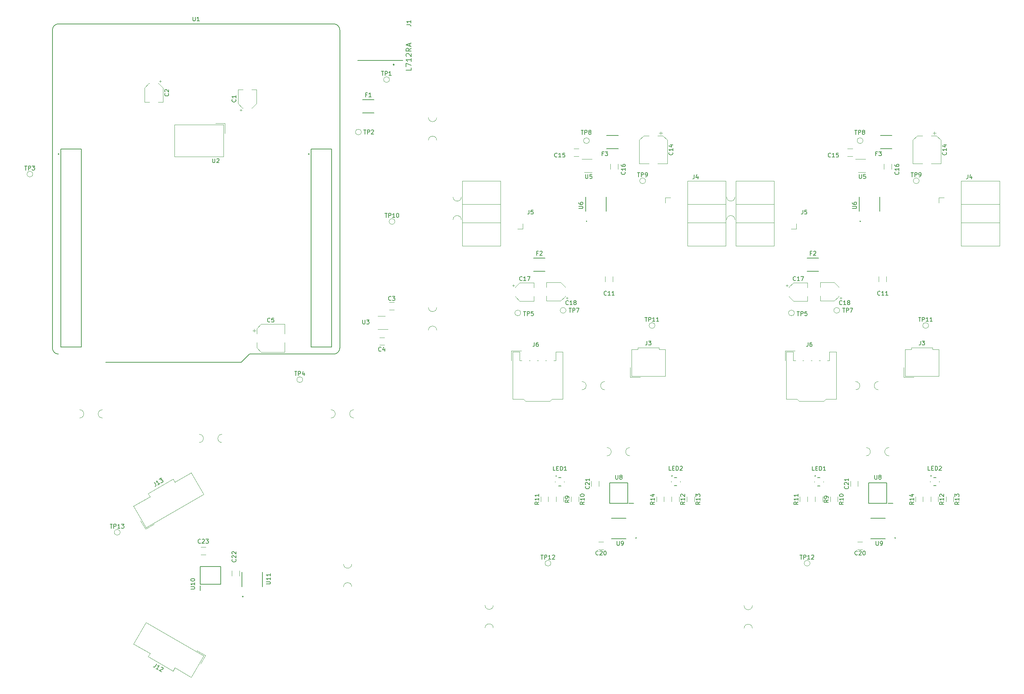
<source format=gbr>
G04 #@! TF.GenerationSoftware,KiCad,Pcbnew,(5.1.5)-3*
G04 #@! TF.CreationDate,2021-05-17T18:43:42+02:00*
G04 #@! TF.ProjectId,MK2EE,4d4b3245-452e-46b6-9963-61645f706362,1*
G04 #@! TF.SameCoordinates,Original*
G04 #@! TF.FileFunction,Legend,Top*
G04 #@! TF.FilePolarity,Positive*
%FSLAX46Y46*%
G04 Gerber Fmt 4.6, Leading zero omitted, Abs format (unit mm)*
G04 Created by KiCad (PCBNEW (5.1.5)-3) date 2021-05-17 18:43:42*
%MOMM*%
%LPD*%
G04 APERTURE LIST*
%ADD10C,0.120000*%
%ADD11C,0.127000*%
%ADD12C,0.200000*%
%ADD13C,0.100000*%
%ADD14C,0.250000*%
%ADD15C,0.150000*%
G04 APERTURE END LIST*
D10*
X235891000Y-157572936D02*
X235891000Y-158777064D01*
X237711000Y-157572936D02*
X237711000Y-158777064D01*
X264041000Y-157572936D02*
X264041000Y-158777064D01*
X265861000Y-157572936D02*
X265861000Y-158777064D01*
X262161000Y-158777064D02*
X262161000Y-157572936D01*
X260341000Y-158777064D02*
X260341000Y-157572936D01*
X239591000Y-157572936D02*
X239591000Y-158777064D01*
X241411000Y-157572936D02*
X241411000Y-158777064D01*
X234630000Y-173760000D02*
G75*
G03X234630000Y-173760000I-700000J0D01*
G01*
X233986000Y-158777064D02*
X233986000Y-157572936D01*
X232166000Y-158777064D02*
X232166000Y-157572936D01*
X267766000Y-157572936D02*
X267766000Y-158777064D01*
X269586000Y-157572936D02*
X269586000Y-158777064D01*
X246311000Y-154977064D02*
X246311000Y-153772936D01*
X244491000Y-154977064D02*
X244491000Y-153772936D01*
X247428064Y-168590000D02*
X246223936Y-168590000D01*
X247428064Y-170410000D02*
X246223936Y-170410000D01*
D11*
X248951000Y-154141000D02*
X248951000Y-159141000D01*
X253351000Y-154141000D02*
X253351000Y-159141000D01*
X254826000Y-159166000D02*
X253651000Y-159166000D01*
X248951000Y-154141000D02*
X253351000Y-154141000D01*
X253351000Y-159141000D02*
X248951000Y-159141000D01*
X249411000Y-162825000D02*
X252941000Y-162825000D01*
X252941000Y-167825000D02*
X249411000Y-167825000D01*
D12*
X255466000Y-167600000D02*
G75*
G03X255466000Y-167600000I-100000J0D01*
G01*
D11*
X237101000Y-154900000D02*
X236501000Y-154900000D01*
X237101000Y-152900000D02*
X236501000Y-152900000D01*
D12*
X235801000Y-152500000D02*
X235801000Y-152500000D01*
X236001000Y-152500000D02*
X236001000Y-152500000D01*
X236001000Y-152500000D02*
G75*
G03X235801000Y-152500000I-100000J0D01*
G01*
X235801000Y-152500000D02*
G75*
G03X236001000Y-152500000I100000J0D01*
G01*
D10*
X237901000Y-154010000D02*
X237901000Y-153800000D01*
X235701000Y-154010000D02*
X235701000Y-153800000D01*
D11*
X265326000Y-154875000D02*
X264726000Y-154875000D01*
X265326000Y-152875000D02*
X264726000Y-152875000D01*
D12*
X264026000Y-152475000D02*
X264026000Y-152475000D01*
X264226000Y-152475000D02*
X264226000Y-152475000D01*
X264226000Y-152475000D02*
G75*
G03X264026000Y-152475000I-100000J0D01*
G01*
X264026000Y-152475000D02*
G75*
G03X264226000Y-152475000I100000J0D01*
G01*
D10*
X266126000Y-153985000D02*
X266126000Y-153775000D01*
X263926000Y-153985000D02*
X263926000Y-153775000D01*
X228560000Y-121970000D02*
X230970000Y-121970000D01*
X228560000Y-124380000D02*
X228560000Y-121970000D01*
X236830000Y-124320000D02*
X237110000Y-124320000D01*
X234830000Y-124320000D02*
X235110000Y-124320000D01*
X232830000Y-124320000D02*
X233110000Y-124320000D01*
X239360000Y-124320000D02*
X238830000Y-124320000D01*
X239360000Y-122270000D02*
X239360000Y-124320000D01*
X241080000Y-122270000D02*
X239360000Y-122270000D01*
X241080000Y-133740000D02*
X241080000Y-122270000D01*
X238470000Y-133740000D02*
X241080000Y-133740000D01*
X237970000Y-134240000D02*
X238470000Y-133740000D01*
X234970000Y-134240000D02*
X237970000Y-134240000D01*
X230580000Y-124320000D02*
X231110000Y-124320000D01*
X230580000Y-122270000D02*
X230580000Y-124320000D01*
X228860000Y-122270000D02*
X230580000Y-122270000D01*
X228860000Y-133740000D02*
X228860000Y-122270000D01*
X231470000Y-133740000D02*
X228860000Y-133740000D01*
X231970000Y-134240000D02*
X231470000Y-133740000D01*
X234970000Y-134240000D02*
X231970000Y-134240000D01*
X230820000Y-112755000D02*
G75*
G03X230820000Y-112755000I-700000J0D01*
G01*
X261220000Y-80555000D02*
G75*
G03X261220000Y-80555000I-700000J0D01*
G01*
X263510000Y-115820000D02*
G75*
G03X263510000Y-115820000I-700000J0D01*
G01*
X248145000Y-75245000D02*
X245695000Y-75245000D01*
X246345000Y-78465000D02*
X248145000Y-78465000D01*
X247530000Y-70765000D02*
G75*
G03X247530000Y-70765000I-700000J0D01*
G01*
X241845000Y-112130000D02*
G75*
G03X241845000Y-112130000I-700000J0D01*
G01*
X225915000Y-86240000D02*
X216565000Y-86240000D01*
X225915000Y-80600000D02*
X225915000Y-96380000D01*
X225915000Y-80600000D02*
X216565000Y-80600000D01*
X225915000Y-90740000D02*
X216565000Y-90740000D01*
X225915000Y-96380000D02*
X216565000Y-96380000D01*
X216565000Y-96380000D02*
X216565000Y-80600000D01*
X230045000Y-92300000D02*
X231315000Y-92300000D01*
X231315000Y-92300000D02*
X231315000Y-91030000D01*
X257510000Y-128440000D02*
X259920000Y-128440000D01*
X257510000Y-126030000D02*
X257510000Y-128440000D01*
X266030000Y-128140000D02*
X261920000Y-128140000D01*
X266030000Y-121620000D02*
X266030000Y-128140000D01*
X264530000Y-121620000D02*
X266030000Y-121620000D01*
X264530000Y-121220000D02*
X264530000Y-121620000D01*
X261920000Y-121220000D02*
X264530000Y-121220000D01*
X257810000Y-128140000D02*
X261920000Y-128140000D01*
X257810000Y-121620000D02*
X257810000Y-128140000D01*
X259310000Y-121620000D02*
X257810000Y-121620000D01*
X259310000Y-121220000D02*
X259310000Y-121620000D01*
X261920000Y-121220000D02*
X259310000Y-121220000D01*
X242120000Y-109390000D02*
X242120000Y-108890000D01*
X242370000Y-109140000D02*
X241870000Y-109140000D01*
X241630000Y-106384437D02*
X240565563Y-105320000D01*
X241630000Y-108775563D02*
X240565563Y-109840000D01*
X241630000Y-108775563D02*
X241630000Y-108640000D01*
X241630000Y-106384437D02*
X241630000Y-106520000D01*
X240565563Y-105320000D02*
X237110000Y-105320000D01*
X240565563Y-109840000D02*
X237110000Y-109840000D01*
X237110000Y-109840000D02*
X237110000Y-108640000D01*
X237110000Y-105320000D02*
X237110000Y-106520000D01*
X265336250Y-68936250D02*
X264548750Y-68936250D01*
X264942500Y-68542500D02*
X264942500Y-69330000D01*
X260749437Y-69570000D02*
X259685000Y-70634437D01*
X265440563Y-69570000D02*
X266505000Y-70634437D01*
X265440563Y-69570000D02*
X264155000Y-69570000D01*
X260749437Y-69570000D02*
X262035000Y-69570000D01*
X259685000Y-70634437D02*
X259685000Y-76390000D01*
X266505000Y-70634437D02*
X266505000Y-76390000D01*
X266505000Y-76390000D02*
X264155000Y-76390000D01*
X259685000Y-76390000D02*
X262035000Y-76390000D01*
D11*
X236745000Y-99380000D02*
X233945000Y-99380000D01*
X236745000Y-102580000D02*
X233945000Y-102580000D01*
D10*
X271450000Y-90745000D02*
X280800000Y-90745000D01*
X271450000Y-96385000D02*
X271450000Y-80605000D01*
X271450000Y-96385000D02*
X280800000Y-96385000D01*
X271450000Y-86245000D02*
X280800000Y-86245000D01*
X271450000Y-80605000D02*
X280800000Y-80605000D01*
X280800000Y-80605000D02*
X280800000Y-96385000D01*
X267320000Y-84685000D02*
X266050000Y-84685000D01*
X266050000Y-84685000D02*
X266050000Y-85955000D01*
X229045000Y-105820000D02*
X229045000Y-106320000D01*
X228795000Y-106070000D02*
X229295000Y-106070000D01*
X229535000Y-108825563D02*
X230599437Y-109890000D01*
X229535000Y-106434437D02*
X230599437Y-105370000D01*
X229535000Y-106434437D02*
X229535000Y-106570000D01*
X229535000Y-108825563D02*
X229535000Y-108690000D01*
X230599437Y-109890000D02*
X234055000Y-109890000D01*
X230599437Y-105370000D02*
X234055000Y-105370000D01*
X234055000Y-105370000D02*
X234055000Y-106570000D01*
X234055000Y-109890000D02*
X234055000Y-108690000D01*
D11*
X254570000Y-69530000D02*
X251770000Y-69530000D01*
X254570000Y-72730000D02*
X251770000Y-72730000D01*
D10*
X251410000Y-103902936D02*
X251410000Y-105107064D01*
X253230000Y-103902936D02*
X253230000Y-105107064D01*
X244982064Y-72745000D02*
X243777936Y-72745000D01*
X244982064Y-74565000D02*
X243777936Y-74565000D01*
X254505000Y-77682064D02*
X254505000Y-76477936D01*
X252685000Y-77682064D02*
X252685000Y-76477936D01*
D11*
X251645000Y-84465000D02*
X251645000Y-87995000D01*
X246645000Y-87995000D02*
X246645000Y-84465000D01*
D12*
X246970000Y-90420000D02*
G75*
G03X246970000Y-90420000I-100000J0D01*
G01*
D13*
X253853000Y-145580000D02*
G75*
G03X253853000Y-147580000I0J-1000000D01*
G01*
X248329000Y-147580000D02*
G75*
G03X248329000Y-145580000I0J1000000D01*
G01*
X251288000Y-129485000D02*
G75*
G03X251288000Y-131485000I0J-1000000D01*
G01*
X245764000Y-131485000D02*
G75*
G03X245764000Y-129485000I0J1000000D01*
G01*
X214340000Y-84498000D02*
G75*
G03X216340000Y-84498000I1000000J0D01*
G01*
X216340000Y-90022000D02*
G75*
G03X214340000Y-90022000I-1000000J0D01*
G01*
X218590000Y-184108000D02*
G75*
G03X220590000Y-184108000I1000000J0D01*
G01*
X220590000Y-189632000D02*
G75*
G03X218590000Y-189632000I-1000000J0D01*
G01*
X147695000Y-84505000D02*
G75*
G03X149695000Y-84505000I1000000J0D01*
G01*
X149695000Y-90029000D02*
G75*
G03X147695000Y-90029000I-1000000J0D01*
G01*
X143696000Y-70657000D02*
G75*
G03X141696000Y-70657000I-1000000J0D01*
G01*
X141696000Y-65133000D02*
G75*
G03X143696000Y-65133000I1000000J0D01*
G01*
X141696000Y-111433000D02*
G75*
G03X143696000Y-111433000I1000000J0D01*
G01*
X143696000Y-116957000D02*
G75*
G03X141696000Y-116957000I-1000000J0D01*
G01*
X179114000Y-131485000D02*
G75*
G03X179114000Y-129485000I0J1000000D01*
G01*
X184638000Y-129485000D02*
G75*
G03X184638000Y-131485000I0J-1000000D01*
G01*
X185219000Y-147580000D02*
G75*
G03X185219000Y-145580000I0J1000000D01*
G01*
X190743000Y-145580000D02*
G75*
G03X190743000Y-147580000I0J-1000000D01*
G01*
X157485000Y-189543000D02*
G75*
G03X155485000Y-189543000I-1000000J0D01*
G01*
X155485000Y-184019000D02*
G75*
G03X157485000Y-184019000I1000000J0D01*
G01*
X117993000Y-138360000D02*
G75*
G03X117993000Y-136360000I0J1000000D01*
G01*
X123517000Y-136360000D02*
G75*
G03X123517000Y-138360000I0J-1000000D01*
G01*
X62267000Y-136360000D02*
G75*
G03X62267000Y-138360000I0J-1000000D01*
G01*
X56743000Y-138360000D02*
G75*
G03X56743000Y-136360000I0J1000000D01*
G01*
X121019000Y-173978000D02*
G75*
G03X123019000Y-173978000I1000000J0D01*
G01*
X123019000Y-179502000D02*
G75*
G03X121019000Y-179502000I-1000000J0D01*
G01*
X85879000Y-144344000D02*
G75*
G03X85879000Y-142344000I0J1000000D01*
G01*
X91403000Y-142344000D02*
G75*
G03X91403000Y-144344000I0J-1000000D01*
G01*
D10*
X129339000Y-116704000D02*
X131789000Y-116704000D01*
X131139000Y-113484000D02*
X129339000Y-113484000D01*
D12*
X112659000Y-74034000D02*
G75*
G03X112659000Y-74034000I-100000J0D01*
G01*
X51699000Y-74034000D02*
G75*
G03X51699000Y-74034000I-100000J0D01*
G01*
D11*
X57119000Y-72764000D02*
X52119000Y-72764000D01*
X57119000Y-121024000D02*
X57119000Y-72764000D01*
X52119000Y-121024000D02*
X57119000Y-121024000D01*
X52119000Y-72764000D02*
X52119000Y-121024000D01*
X118079000Y-72764000D02*
X113079000Y-72764000D01*
X118079000Y-121024000D02*
X118079000Y-72764000D01*
X113079000Y-121024000D02*
X118079000Y-121024000D01*
X113079000Y-72764000D02*
X113079000Y-121024000D01*
X51599000Y-122794000D02*
G75*
G02X50099000Y-121294000I0J1500000D01*
G01*
X96099000Y-124794000D02*
X63099000Y-124794000D01*
X98099000Y-122794000D02*
X96099000Y-124794000D01*
X118599000Y-122794000D02*
X98099000Y-122794000D01*
X120099000Y-121294000D02*
G75*
G02X118599000Y-122794000I-1500000J0D01*
G01*
X120099000Y-43794000D02*
X120099000Y-121294000D01*
X118599000Y-42294000D02*
G75*
G02X120099000Y-43794000I0J-1500000D01*
G01*
X51599000Y-42294000D02*
X118599000Y-42294000D01*
X50099000Y-43794000D02*
G75*
G02X51599000Y-42294000I1500000J0D01*
G01*
X50099000Y-121294000D02*
X50099000Y-43794000D01*
D14*
X133364000Y-52219000D02*
G75*
G03X133364000Y-52219000I-125000J0D01*
G01*
D15*
X135439000Y-51244000D02*
X124439000Y-51244000D01*
D10*
X95754000Y-63294000D02*
X96254000Y-63294000D01*
X96004000Y-63544000D02*
X96004000Y-63044000D01*
X98759563Y-62804000D02*
X99824000Y-61739563D01*
X96368437Y-62804000D02*
X95304000Y-61739563D01*
X96368437Y-62804000D02*
X96504000Y-62804000D01*
X98759563Y-62804000D02*
X98624000Y-62804000D01*
X99824000Y-61739563D02*
X99824000Y-58284000D01*
X95304000Y-61739563D02*
X95304000Y-58284000D01*
X95304000Y-58284000D02*
X96504000Y-58284000D01*
X99824000Y-58284000D02*
X98624000Y-58284000D01*
X76599000Y-56319000D02*
X76099000Y-56319000D01*
X76349000Y-56069000D02*
X76349000Y-56569000D01*
X73593437Y-56809000D02*
X72529000Y-57873437D01*
X75984563Y-56809000D02*
X77049000Y-57873437D01*
X75984563Y-56809000D02*
X75849000Y-56809000D01*
X73593437Y-56809000D02*
X73729000Y-56809000D01*
X72529000Y-57873437D02*
X72529000Y-61329000D01*
X77049000Y-57873437D02*
X77049000Y-61329000D01*
X77049000Y-61329000D02*
X75849000Y-61329000D01*
X72529000Y-61329000D02*
X73729000Y-61329000D01*
X99245250Y-116652750D02*
X99245250Y-117440250D01*
X98851500Y-117046500D02*
X99639000Y-117046500D01*
X99879000Y-121239563D02*
X100943437Y-122304000D01*
X99879000Y-116548437D02*
X100943437Y-115484000D01*
X99879000Y-116548437D02*
X99879000Y-117834000D01*
X99879000Y-121239563D02*
X99879000Y-119954000D01*
X100943437Y-122304000D02*
X106699000Y-122304000D01*
X100943437Y-115484000D02*
X106699000Y-115484000D01*
X106699000Y-115484000D02*
X106699000Y-117834000D01*
X106699000Y-122304000D02*
X106699000Y-119954000D01*
X193035000Y-76390000D02*
X195385000Y-76390000D01*
X199855000Y-76390000D02*
X197505000Y-76390000D01*
X199855000Y-70634437D02*
X199855000Y-76390000D01*
X193035000Y-70634437D02*
X193035000Y-76390000D01*
X194099437Y-69570000D02*
X195385000Y-69570000D01*
X198790563Y-69570000D02*
X197505000Y-69570000D01*
X198790563Y-69570000D02*
X199855000Y-70634437D01*
X194099437Y-69570000D02*
X193035000Y-70634437D01*
X198292500Y-68542500D02*
X198292500Y-69330000D01*
X198686250Y-68936250D02*
X197898750Y-68936250D01*
X167405000Y-109890000D02*
X167405000Y-108690000D01*
X167405000Y-105370000D02*
X167405000Y-106570000D01*
X163949437Y-105370000D02*
X167405000Y-105370000D01*
X163949437Y-109890000D02*
X167405000Y-109890000D01*
X162885000Y-108825563D02*
X162885000Y-108690000D01*
X162885000Y-106434437D02*
X162885000Y-106570000D01*
X162885000Y-106434437D02*
X163949437Y-105370000D01*
X162885000Y-108825563D02*
X163949437Y-109890000D01*
X162145000Y-106070000D02*
X162645000Y-106070000D01*
X162395000Y-105820000D02*
X162395000Y-106320000D01*
X170460000Y-105320000D02*
X170460000Y-106520000D01*
X170460000Y-109840000D02*
X170460000Y-108640000D01*
X173915563Y-109840000D02*
X170460000Y-109840000D01*
X173915563Y-105320000D02*
X170460000Y-105320000D01*
X174980000Y-106384437D02*
X174980000Y-106520000D01*
X174980000Y-108775563D02*
X174980000Y-108640000D01*
X174980000Y-108775563D02*
X173915563Y-109840000D01*
X174980000Y-106384437D02*
X173915563Y-105320000D01*
X175720000Y-109140000D02*
X175220000Y-109140000D01*
X175470000Y-109390000D02*
X175470000Y-108890000D01*
D11*
X128439000Y-60769000D02*
X125639000Y-60769000D01*
X128439000Y-63969000D02*
X125639000Y-63969000D01*
X170095000Y-102580000D02*
X167295000Y-102580000D01*
X170095000Y-99380000D02*
X167295000Y-99380000D01*
X187920000Y-72730000D02*
X185120000Y-72730000D01*
X187920000Y-69530000D02*
X185120000Y-69530000D01*
D10*
X195270000Y-121220000D02*
X192660000Y-121220000D01*
X192660000Y-121220000D02*
X192660000Y-121620000D01*
X192660000Y-121620000D02*
X191160000Y-121620000D01*
X191160000Y-121620000D02*
X191160000Y-128140000D01*
X191160000Y-128140000D02*
X195270000Y-128140000D01*
X195270000Y-121220000D02*
X197880000Y-121220000D01*
X197880000Y-121220000D02*
X197880000Y-121620000D01*
X197880000Y-121620000D02*
X199380000Y-121620000D01*
X199380000Y-121620000D02*
X199380000Y-128140000D01*
X199380000Y-128140000D02*
X195270000Y-128140000D01*
X190860000Y-126030000D02*
X190860000Y-128440000D01*
X190860000Y-128440000D02*
X193270000Y-128440000D01*
X199400000Y-84685000D02*
X199400000Y-85955000D01*
X200670000Y-84685000D02*
X199400000Y-84685000D01*
X214150000Y-80605000D02*
X214150000Y-96385000D01*
X204800000Y-80605000D02*
X214150000Y-80605000D01*
X204800000Y-86245000D02*
X214150000Y-86245000D01*
X204800000Y-96385000D02*
X214150000Y-96385000D01*
X204800000Y-96385000D02*
X204800000Y-80605000D01*
X204800000Y-90745000D02*
X214150000Y-90745000D01*
X164665000Y-92300000D02*
X164665000Y-91030000D01*
X163395000Y-92300000D02*
X164665000Y-92300000D01*
X149915000Y-96380000D02*
X149915000Y-80600000D01*
X159265000Y-96380000D02*
X149915000Y-96380000D01*
X159265000Y-90740000D02*
X149915000Y-90740000D01*
X159265000Y-80600000D02*
X149915000Y-80600000D01*
X159265000Y-80600000D02*
X159265000Y-96380000D01*
X159265000Y-86240000D02*
X149915000Y-86240000D01*
X168320000Y-134240000D02*
X165320000Y-134240000D01*
X165320000Y-134240000D02*
X164820000Y-133740000D01*
X164820000Y-133740000D02*
X162210000Y-133740000D01*
X162210000Y-133740000D02*
X162210000Y-122270000D01*
X162210000Y-122270000D02*
X163930000Y-122270000D01*
X163930000Y-122270000D02*
X163930000Y-124320000D01*
X163930000Y-124320000D02*
X164460000Y-124320000D01*
X168320000Y-134240000D02*
X171320000Y-134240000D01*
X171320000Y-134240000D02*
X171820000Y-133740000D01*
X171820000Y-133740000D02*
X174430000Y-133740000D01*
X174430000Y-133740000D02*
X174430000Y-122270000D01*
X174430000Y-122270000D02*
X172710000Y-122270000D01*
X172710000Y-122270000D02*
X172710000Y-124320000D01*
X172710000Y-124320000D02*
X172180000Y-124320000D01*
X166180000Y-124320000D02*
X166460000Y-124320000D01*
X168180000Y-124320000D02*
X168460000Y-124320000D01*
X170180000Y-124320000D02*
X170460000Y-124320000D01*
X161910000Y-124380000D02*
X161910000Y-121970000D01*
X161910000Y-121970000D02*
X164320000Y-121970000D01*
X172591000Y-154010000D02*
X172591000Y-153800000D01*
X174791000Y-154010000D02*
X174791000Y-153800000D01*
D12*
X172691000Y-152500000D02*
G75*
G03X172891000Y-152500000I100000J0D01*
G01*
X172891000Y-152500000D02*
G75*
G03X172691000Y-152500000I-100000J0D01*
G01*
X172891000Y-152500000D02*
X172891000Y-152500000D01*
X172691000Y-152500000D02*
X172691000Y-152500000D01*
D11*
X173991000Y-152900000D02*
X173391000Y-152900000D01*
X173991000Y-154900000D02*
X173391000Y-154900000D01*
D10*
X200816000Y-153985000D02*
X200816000Y-153775000D01*
X203016000Y-153985000D02*
X203016000Y-153775000D01*
D12*
X200916000Y-152475000D02*
G75*
G03X201116000Y-152475000I100000J0D01*
G01*
X201116000Y-152475000D02*
G75*
G03X200916000Y-152475000I-100000J0D01*
G01*
X201116000Y-152475000D02*
X201116000Y-152475000D01*
X200916000Y-152475000D02*
X200916000Y-152475000D01*
D11*
X202216000Y-152875000D02*
X201616000Y-152875000D01*
X202216000Y-154875000D02*
X201616000Y-154875000D01*
D10*
X91809000Y-66849000D02*
X91809000Y-74699000D01*
X91809000Y-74699000D02*
X79869000Y-74699000D01*
X79869000Y-74699000D02*
X79869000Y-66849000D01*
X79869000Y-66849000D02*
X91809000Y-66849000D01*
X92139000Y-68969000D02*
X92139000Y-66519000D01*
X92139000Y-66519000D02*
X89809000Y-66519000D01*
D12*
X180320000Y-90420000D02*
G75*
G03X180320000Y-90420000I-100000J0D01*
G01*
D11*
X179995000Y-87995000D02*
X179995000Y-84465000D01*
X184995000Y-84465000D02*
X184995000Y-87995000D01*
X190241000Y-159141000D02*
X185841000Y-159141000D01*
X185841000Y-154141000D02*
X190241000Y-154141000D01*
X191716000Y-159166000D02*
X190541000Y-159166000D01*
X190241000Y-154141000D02*
X190241000Y-159141000D01*
X185841000Y-154141000D02*
X185841000Y-159141000D01*
D12*
X192356000Y-167600000D02*
G75*
G03X192356000Y-167600000I-100000J0D01*
G01*
D11*
X189831000Y-167825000D02*
X186301000Y-167825000D01*
X186301000Y-162825000D02*
X189831000Y-162825000D01*
X91134000Y-174529000D02*
X86134000Y-174529000D01*
X91134000Y-178929000D02*
X86134000Y-178929000D01*
X86109000Y-180404000D02*
X86109000Y-179229000D01*
X91134000Y-174529000D02*
X91134000Y-178929000D01*
X86134000Y-178929000D02*
X86134000Y-174529000D01*
X101259000Y-175939000D02*
X101259000Y-179469000D01*
X96259000Y-179469000D02*
X96259000Y-175939000D01*
D12*
X96584000Y-181894000D02*
G75*
G03X96584000Y-181894000I-100000J0D01*
G01*
D10*
X87352401Y-196230853D02*
X85265279Y-195025853D01*
X86147401Y-198317975D02*
X87352401Y-196230853D01*
X72895661Y-188230661D02*
X79919127Y-192285661D01*
X69885661Y-193444134D02*
X72895661Y-188230661D01*
X73878038Y-195749134D02*
X69885661Y-193444134D01*
X73428038Y-196528557D02*
X73878038Y-195749134D01*
X76459127Y-198278557D02*
X73428038Y-196528557D01*
X86942593Y-196340661D02*
X79919127Y-192285661D01*
X83932593Y-201554134D02*
X86942593Y-196340661D01*
X79940216Y-199249134D02*
X83932593Y-201554134D01*
X79490216Y-200028557D02*
X79940216Y-199249134D01*
X76459127Y-198278557D02*
X79490216Y-200028557D01*
X72785853Y-165462147D02*
X74872975Y-164257147D01*
X71580853Y-163375025D02*
X72785853Y-165462147D01*
X86942593Y-156942339D02*
X79919127Y-160997339D01*
X83932593Y-151728866D02*
X86942593Y-156942339D01*
X79940216Y-154033866D02*
X83932593Y-151728866D01*
X79490216Y-153254443D02*
X79940216Y-154033866D01*
X76459127Y-155004443D02*
X79490216Y-153254443D01*
X72895661Y-165052339D02*
X79919127Y-160997339D01*
X69885661Y-159838866D02*
X72895661Y-165052339D01*
X73878038Y-157533866D02*
X69885661Y-159838866D01*
X73428038Y-156754443D02*
X73878038Y-157533866D01*
X76459127Y-155004443D02*
X73428038Y-156754443D01*
X132136936Y-111979000D02*
X133341064Y-111979000D01*
X132136936Y-110159000D02*
X133341064Y-110159000D01*
X129761936Y-120554000D02*
X130966064Y-120554000D01*
X129761936Y-118734000D02*
X130966064Y-118734000D01*
X186580000Y-103902936D02*
X186580000Y-105107064D01*
X184760000Y-103902936D02*
X184760000Y-105107064D01*
X178332064Y-74565000D02*
X177127936Y-74565000D01*
X178332064Y-72745000D02*
X177127936Y-72745000D01*
X186035000Y-77682064D02*
X186035000Y-76477936D01*
X187855000Y-77682064D02*
X187855000Y-76477936D01*
X184318064Y-170410000D02*
X183113936Y-170410000D01*
X184318064Y-168590000D02*
X183113936Y-168590000D01*
X181381000Y-154977064D02*
X181381000Y-153772936D01*
X183201000Y-154977064D02*
X183201000Y-153772936D01*
X93824000Y-175626936D02*
X93824000Y-176831064D01*
X95644000Y-175626936D02*
X95644000Y-176831064D01*
X87446064Y-169869000D02*
X86241936Y-169869000D01*
X87446064Y-171689000D02*
X86241936Y-171689000D01*
X174601000Y-157572936D02*
X174601000Y-158777064D01*
X172781000Y-157572936D02*
X172781000Y-158777064D01*
X178301000Y-157572936D02*
X178301000Y-158777064D01*
X176481000Y-157572936D02*
X176481000Y-158777064D01*
X169056000Y-158777064D02*
X169056000Y-157572936D01*
X170876000Y-158777064D02*
X170876000Y-157572936D01*
X202751000Y-157572936D02*
X202751000Y-158777064D01*
X200931000Y-157572936D02*
X200931000Y-158777064D01*
X206476000Y-157572936D02*
X206476000Y-158777064D01*
X204656000Y-157572936D02*
X204656000Y-158777064D01*
X197231000Y-158777064D02*
X197231000Y-157572936D01*
X199051000Y-158777064D02*
X199051000Y-157572936D01*
X179695000Y-78465000D02*
X181495000Y-78465000D01*
X181495000Y-75245000D02*
X179045000Y-75245000D01*
X132189000Y-55869000D02*
G75*
G03X132189000Y-55869000I-700000J0D01*
G01*
X125339000Y-68669000D02*
G75*
G03X125339000Y-68669000I-700000J0D01*
G01*
X45314000Y-78919000D02*
G75*
G03X45314000Y-78919000I-700000J0D01*
G01*
X111064000Y-129019000D02*
G75*
G03X111064000Y-129019000I-700000J0D01*
G01*
X164170000Y-112755000D02*
G75*
G03X164170000Y-112755000I-700000J0D01*
G01*
X175195000Y-112130000D02*
G75*
G03X175195000Y-112130000I-700000J0D01*
G01*
X180880000Y-70765000D02*
G75*
G03X180880000Y-70765000I-700000J0D01*
G01*
X194570000Y-80555000D02*
G75*
G03X194570000Y-80555000I-700000J0D01*
G01*
X133530000Y-90470000D02*
G75*
G03X133530000Y-90470000I-700000J0D01*
G01*
X196860000Y-115820000D02*
G75*
G03X196860000Y-115820000I-700000J0D01*
G01*
X171520000Y-173760000D02*
G75*
G03X171520000Y-173760000I-700000J0D01*
G01*
X66590000Y-166220000D02*
G75*
G03X66590000Y-166220000I-700000J0D01*
G01*
D15*
X239073380Y-158341666D02*
X238597190Y-158675000D01*
X239073380Y-158913095D02*
X238073380Y-158913095D01*
X238073380Y-158532142D01*
X238121000Y-158436904D01*
X238168619Y-158389285D01*
X238263857Y-158341666D01*
X238406714Y-158341666D01*
X238501952Y-158389285D01*
X238549571Y-158436904D01*
X238597190Y-158532142D01*
X238597190Y-158913095D01*
X239073380Y-157865476D02*
X239073380Y-157675000D01*
X239025761Y-157579761D01*
X238978142Y-157532142D01*
X238835285Y-157436904D01*
X238644809Y-157389285D01*
X238263857Y-157389285D01*
X238168619Y-157436904D01*
X238121000Y-157484523D01*
X238073380Y-157579761D01*
X238073380Y-157770238D01*
X238121000Y-157865476D01*
X238168619Y-157913095D01*
X238263857Y-157960714D01*
X238501952Y-157960714D01*
X238597190Y-157913095D01*
X238644809Y-157865476D01*
X238692428Y-157770238D01*
X238692428Y-157579761D01*
X238644809Y-157484523D01*
X238597190Y-157436904D01*
X238501952Y-157389285D01*
X267223380Y-158817857D02*
X266747190Y-159151190D01*
X267223380Y-159389285D02*
X266223380Y-159389285D01*
X266223380Y-159008333D01*
X266271000Y-158913095D01*
X266318619Y-158865476D01*
X266413857Y-158817857D01*
X266556714Y-158817857D01*
X266651952Y-158865476D01*
X266699571Y-158913095D01*
X266747190Y-159008333D01*
X266747190Y-159389285D01*
X267223380Y-157865476D02*
X267223380Y-158436904D01*
X267223380Y-158151190D02*
X266223380Y-158151190D01*
X266366238Y-158246428D01*
X266461476Y-158341666D01*
X266509095Y-158436904D01*
X266318619Y-157484523D02*
X266271000Y-157436904D01*
X266223380Y-157341666D01*
X266223380Y-157103571D01*
X266271000Y-157008333D01*
X266318619Y-156960714D01*
X266413857Y-156913095D01*
X266509095Y-156913095D01*
X266651952Y-156960714D01*
X267223380Y-157532142D01*
X267223380Y-156913095D01*
X259883380Y-158817857D02*
X259407190Y-159151190D01*
X259883380Y-159389285D02*
X258883380Y-159389285D01*
X258883380Y-159008333D01*
X258931000Y-158913095D01*
X258978619Y-158865476D01*
X259073857Y-158817857D01*
X259216714Y-158817857D01*
X259311952Y-158865476D01*
X259359571Y-158913095D01*
X259407190Y-159008333D01*
X259407190Y-159389285D01*
X259883380Y-157865476D02*
X259883380Y-158436904D01*
X259883380Y-158151190D02*
X258883380Y-158151190D01*
X259026238Y-158246428D01*
X259121476Y-158341666D01*
X259169095Y-158436904D01*
X259216714Y-157008333D02*
X259883380Y-157008333D01*
X258835761Y-157246428D02*
X259550047Y-157484523D01*
X259550047Y-156865476D01*
X242773380Y-158817857D02*
X242297190Y-159151190D01*
X242773380Y-159389285D02*
X241773380Y-159389285D01*
X241773380Y-159008333D01*
X241821000Y-158913095D01*
X241868619Y-158865476D01*
X241963857Y-158817857D01*
X242106714Y-158817857D01*
X242201952Y-158865476D01*
X242249571Y-158913095D01*
X242297190Y-159008333D01*
X242297190Y-159389285D01*
X242773380Y-157865476D02*
X242773380Y-158436904D01*
X242773380Y-158151190D02*
X241773380Y-158151190D01*
X241916238Y-158246428D01*
X242011476Y-158341666D01*
X242059095Y-158436904D01*
X241773380Y-157246428D02*
X241773380Y-157151190D01*
X241821000Y-157055952D01*
X241868619Y-157008333D01*
X241963857Y-156960714D01*
X242154333Y-156913095D01*
X242392428Y-156913095D01*
X242582904Y-156960714D01*
X242678142Y-157008333D01*
X242725761Y-157055952D01*
X242773380Y-157151190D01*
X242773380Y-157246428D01*
X242725761Y-157341666D01*
X242678142Y-157389285D01*
X242582904Y-157436904D01*
X242392428Y-157484523D01*
X242154333Y-157484523D01*
X241963857Y-157436904D01*
X241868619Y-157389285D01*
X241821000Y-157341666D01*
X241773380Y-157246428D01*
X232191904Y-171764380D02*
X232763333Y-171764380D01*
X232477619Y-172764380D02*
X232477619Y-171764380D01*
X233096666Y-172764380D02*
X233096666Y-171764380D01*
X233477619Y-171764380D01*
X233572857Y-171812000D01*
X233620476Y-171859619D01*
X233668095Y-171954857D01*
X233668095Y-172097714D01*
X233620476Y-172192952D01*
X233572857Y-172240571D01*
X233477619Y-172288190D01*
X233096666Y-172288190D01*
X234620476Y-172764380D02*
X234049047Y-172764380D01*
X234334761Y-172764380D02*
X234334761Y-171764380D01*
X234239523Y-171907238D01*
X234144285Y-172002476D01*
X234049047Y-172050095D01*
X235001428Y-171859619D02*
X235049047Y-171812000D01*
X235144285Y-171764380D01*
X235382380Y-171764380D01*
X235477619Y-171812000D01*
X235525238Y-171859619D01*
X235572857Y-171954857D01*
X235572857Y-172050095D01*
X235525238Y-172192952D01*
X234953809Y-172764380D01*
X235572857Y-172764380D01*
X231708380Y-158817857D02*
X231232190Y-159151190D01*
X231708380Y-159389285D02*
X230708380Y-159389285D01*
X230708380Y-159008333D01*
X230756000Y-158913095D01*
X230803619Y-158865476D01*
X230898857Y-158817857D01*
X231041714Y-158817857D01*
X231136952Y-158865476D01*
X231184571Y-158913095D01*
X231232190Y-159008333D01*
X231232190Y-159389285D01*
X231708380Y-157865476D02*
X231708380Y-158436904D01*
X231708380Y-158151190D02*
X230708380Y-158151190D01*
X230851238Y-158246428D01*
X230946476Y-158341666D01*
X230994095Y-158436904D01*
X231708380Y-156913095D02*
X231708380Y-157484523D01*
X231708380Y-157198809D02*
X230708380Y-157198809D01*
X230851238Y-157294047D01*
X230946476Y-157389285D01*
X230994095Y-157484523D01*
X270948380Y-158817857D02*
X270472190Y-159151190D01*
X270948380Y-159389285D02*
X269948380Y-159389285D01*
X269948380Y-159008333D01*
X269996000Y-158913095D01*
X270043619Y-158865476D01*
X270138857Y-158817857D01*
X270281714Y-158817857D01*
X270376952Y-158865476D01*
X270424571Y-158913095D01*
X270472190Y-159008333D01*
X270472190Y-159389285D01*
X270948380Y-157865476D02*
X270948380Y-158436904D01*
X270948380Y-158151190D02*
X269948380Y-158151190D01*
X270091238Y-158246428D01*
X270186476Y-158341666D01*
X270234095Y-158436904D01*
X269948380Y-157532142D02*
X269948380Y-156913095D01*
X270329333Y-157246428D01*
X270329333Y-157103571D01*
X270376952Y-157008333D01*
X270424571Y-156960714D01*
X270519809Y-156913095D01*
X270757904Y-156913095D01*
X270853142Y-156960714D01*
X270900761Y-157008333D01*
X270948380Y-157103571D01*
X270948380Y-157389285D01*
X270900761Y-157484523D01*
X270853142Y-157532142D01*
X243938142Y-155017857D02*
X243985761Y-155065476D01*
X244033380Y-155208333D01*
X244033380Y-155303571D01*
X243985761Y-155446428D01*
X243890523Y-155541666D01*
X243795285Y-155589285D01*
X243604809Y-155636904D01*
X243461952Y-155636904D01*
X243271476Y-155589285D01*
X243176238Y-155541666D01*
X243081000Y-155446428D01*
X243033380Y-155303571D01*
X243033380Y-155208333D01*
X243081000Y-155065476D01*
X243128619Y-155017857D01*
X243128619Y-154636904D02*
X243081000Y-154589285D01*
X243033380Y-154494047D01*
X243033380Y-154255952D01*
X243081000Y-154160714D01*
X243128619Y-154113095D01*
X243223857Y-154065476D01*
X243319095Y-154065476D01*
X243461952Y-154113095D01*
X244033380Y-154684523D01*
X244033380Y-154065476D01*
X244033380Y-153113095D02*
X244033380Y-153684523D01*
X244033380Y-153398809D02*
X243033380Y-153398809D01*
X243176238Y-153494047D01*
X243271476Y-153589285D01*
X243319095Y-153684523D01*
X246183142Y-171677142D02*
X246135523Y-171724761D01*
X245992666Y-171772380D01*
X245897428Y-171772380D01*
X245754571Y-171724761D01*
X245659333Y-171629523D01*
X245611714Y-171534285D01*
X245564095Y-171343809D01*
X245564095Y-171200952D01*
X245611714Y-171010476D01*
X245659333Y-170915238D01*
X245754571Y-170820000D01*
X245897428Y-170772380D01*
X245992666Y-170772380D01*
X246135523Y-170820000D01*
X246183142Y-170867619D01*
X246564095Y-170867619D02*
X246611714Y-170820000D01*
X246706952Y-170772380D01*
X246945047Y-170772380D01*
X247040285Y-170820000D01*
X247087904Y-170867619D01*
X247135523Y-170962857D01*
X247135523Y-171058095D01*
X247087904Y-171200952D01*
X246516476Y-171772380D01*
X247135523Y-171772380D01*
X247754571Y-170772380D02*
X247849809Y-170772380D01*
X247945047Y-170820000D01*
X247992666Y-170867619D01*
X248040285Y-170962857D01*
X248087904Y-171153333D01*
X248087904Y-171391428D01*
X248040285Y-171581904D01*
X247992666Y-171677142D01*
X247945047Y-171724761D01*
X247849809Y-171772380D01*
X247754571Y-171772380D01*
X247659333Y-171724761D01*
X247611714Y-171677142D01*
X247564095Y-171581904D01*
X247516476Y-171391428D01*
X247516476Y-171153333D01*
X247564095Y-170962857D01*
X247611714Y-170867619D01*
X247659333Y-170820000D01*
X247754571Y-170772380D01*
X250389095Y-152293380D02*
X250389095Y-153102904D01*
X250436714Y-153198142D01*
X250484333Y-153245761D01*
X250579571Y-153293380D01*
X250770047Y-153293380D01*
X250865285Y-153245761D01*
X250912904Y-153198142D01*
X250960523Y-153102904D01*
X250960523Y-152293380D01*
X251579571Y-152721952D02*
X251484333Y-152674333D01*
X251436714Y-152626714D01*
X251389095Y-152531476D01*
X251389095Y-152483857D01*
X251436714Y-152388619D01*
X251484333Y-152341000D01*
X251579571Y-152293380D01*
X251770047Y-152293380D01*
X251865285Y-152341000D01*
X251912904Y-152388619D01*
X251960523Y-152483857D01*
X251960523Y-152531476D01*
X251912904Y-152626714D01*
X251865285Y-152674333D01*
X251770047Y-152721952D01*
X251579571Y-152721952D01*
X251484333Y-152769571D01*
X251436714Y-152817190D01*
X251389095Y-152912428D01*
X251389095Y-153102904D01*
X251436714Y-153198142D01*
X251484333Y-153245761D01*
X251579571Y-153293380D01*
X251770047Y-153293380D01*
X251865285Y-153245761D01*
X251912904Y-153198142D01*
X251960523Y-153102904D01*
X251960523Y-152912428D01*
X251912904Y-152817190D01*
X251865285Y-152769571D01*
X251770047Y-152721952D01*
X250739095Y-168412380D02*
X250739095Y-169221904D01*
X250786714Y-169317142D01*
X250834333Y-169364761D01*
X250929571Y-169412380D01*
X251120047Y-169412380D01*
X251215285Y-169364761D01*
X251262904Y-169317142D01*
X251310523Y-169221904D01*
X251310523Y-168412380D01*
X251834333Y-169412380D02*
X252024809Y-169412380D01*
X252120047Y-169364761D01*
X252167666Y-169317142D01*
X252262904Y-169174285D01*
X252310523Y-168983809D01*
X252310523Y-168602857D01*
X252262904Y-168507619D01*
X252215285Y-168460000D01*
X252120047Y-168412380D01*
X251929571Y-168412380D01*
X251834333Y-168460000D01*
X251786714Y-168507619D01*
X251739095Y-168602857D01*
X251739095Y-168840952D01*
X251786714Y-168936190D01*
X251834333Y-168983809D01*
X251929571Y-169031428D01*
X252120047Y-169031428D01*
X252215285Y-168983809D01*
X252262904Y-168936190D01*
X252310523Y-168840952D01*
X235681952Y-151152380D02*
X235205761Y-151152380D01*
X235205761Y-150152380D01*
X236015285Y-150628571D02*
X236348619Y-150628571D01*
X236491476Y-151152380D02*
X236015285Y-151152380D01*
X236015285Y-150152380D01*
X236491476Y-150152380D01*
X236920047Y-151152380D02*
X236920047Y-150152380D01*
X237158142Y-150152380D01*
X237301000Y-150200000D01*
X237396238Y-150295238D01*
X237443857Y-150390476D01*
X237491476Y-150580952D01*
X237491476Y-150723809D01*
X237443857Y-150914285D01*
X237396238Y-151009523D01*
X237301000Y-151104761D01*
X237158142Y-151152380D01*
X236920047Y-151152380D01*
X238443857Y-151152380D02*
X237872428Y-151152380D01*
X238158142Y-151152380D02*
X238158142Y-150152380D01*
X238062904Y-150295238D01*
X237967666Y-150390476D01*
X237872428Y-150438095D01*
X263906952Y-151127380D02*
X263430761Y-151127380D01*
X263430761Y-150127380D01*
X264240285Y-150603571D02*
X264573619Y-150603571D01*
X264716476Y-151127380D02*
X264240285Y-151127380D01*
X264240285Y-150127380D01*
X264716476Y-150127380D01*
X265145047Y-151127380D02*
X265145047Y-150127380D01*
X265383142Y-150127380D01*
X265526000Y-150175000D01*
X265621238Y-150270238D01*
X265668857Y-150365476D01*
X265716476Y-150555952D01*
X265716476Y-150698809D01*
X265668857Y-150889285D01*
X265621238Y-150984523D01*
X265526000Y-151079761D01*
X265383142Y-151127380D01*
X265145047Y-151127380D01*
X266097428Y-150222619D02*
X266145047Y-150175000D01*
X266240285Y-150127380D01*
X266478380Y-150127380D01*
X266573619Y-150175000D01*
X266621238Y-150222619D01*
X266668857Y-150317857D01*
X266668857Y-150413095D01*
X266621238Y-150555952D01*
X266049809Y-151127380D01*
X266668857Y-151127380D01*
X234146666Y-119922380D02*
X234146666Y-120636666D01*
X234099047Y-120779523D01*
X234003809Y-120874761D01*
X233860952Y-120922380D01*
X233765714Y-120922380D01*
X235051428Y-119922380D02*
X234860952Y-119922380D01*
X234765714Y-119970000D01*
X234718095Y-120017619D01*
X234622857Y-120160476D01*
X234575238Y-120350952D01*
X234575238Y-120731904D01*
X234622857Y-120827142D01*
X234670476Y-120874761D01*
X234765714Y-120922380D01*
X234956190Y-120922380D01*
X235051428Y-120874761D01*
X235099047Y-120827142D01*
X235146666Y-120731904D01*
X235146666Y-120493809D01*
X235099047Y-120398571D01*
X235051428Y-120350952D01*
X234956190Y-120303333D01*
X234765714Y-120303333D01*
X234670476Y-120350952D01*
X234622857Y-120398571D01*
X234575238Y-120493809D01*
X231488095Y-112412380D02*
X232059523Y-112412380D01*
X231773809Y-113412380D02*
X231773809Y-112412380D01*
X232392857Y-113412380D02*
X232392857Y-112412380D01*
X232773809Y-112412380D01*
X232869047Y-112460000D01*
X232916666Y-112507619D01*
X232964285Y-112602857D01*
X232964285Y-112745714D01*
X232916666Y-112840952D01*
X232869047Y-112888571D01*
X232773809Y-112936190D01*
X232392857Y-112936190D01*
X233869047Y-112412380D02*
X233392857Y-112412380D01*
X233345238Y-112888571D01*
X233392857Y-112840952D01*
X233488095Y-112793333D01*
X233726190Y-112793333D01*
X233821428Y-112840952D01*
X233869047Y-112888571D01*
X233916666Y-112983809D01*
X233916666Y-113221904D01*
X233869047Y-113317142D01*
X233821428Y-113364761D01*
X233726190Y-113412380D01*
X233488095Y-113412380D01*
X233392857Y-113364761D01*
X233345238Y-113317142D01*
X259258095Y-78559380D02*
X259829523Y-78559380D01*
X259543809Y-79559380D02*
X259543809Y-78559380D01*
X260162857Y-79559380D02*
X260162857Y-78559380D01*
X260543809Y-78559380D01*
X260639047Y-78607000D01*
X260686666Y-78654619D01*
X260734285Y-78749857D01*
X260734285Y-78892714D01*
X260686666Y-78987952D01*
X260639047Y-79035571D01*
X260543809Y-79083190D01*
X260162857Y-79083190D01*
X261210476Y-79559380D02*
X261400952Y-79559380D01*
X261496190Y-79511761D01*
X261543809Y-79464142D01*
X261639047Y-79321285D01*
X261686666Y-79130809D01*
X261686666Y-78749857D01*
X261639047Y-78654619D01*
X261591428Y-78607000D01*
X261496190Y-78559380D01*
X261305714Y-78559380D01*
X261210476Y-78607000D01*
X261162857Y-78654619D01*
X261115238Y-78749857D01*
X261115238Y-78987952D01*
X261162857Y-79083190D01*
X261210476Y-79130809D01*
X261305714Y-79178428D01*
X261496190Y-79178428D01*
X261591428Y-79130809D01*
X261639047Y-79083190D01*
X261686666Y-78987952D01*
X261071904Y-113824380D02*
X261643333Y-113824380D01*
X261357619Y-114824380D02*
X261357619Y-113824380D01*
X261976666Y-114824380D02*
X261976666Y-113824380D01*
X262357619Y-113824380D01*
X262452857Y-113872000D01*
X262500476Y-113919619D01*
X262548095Y-114014857D01*
X262548095Y-114157714D01*
X262500476Y-114252952D01*
X262452857Y-114300571D01*
X262357619Y-114348190D01*
X261976666Y-114348190D01*
X263500476Y-114824380D02*
X262929047Y-114824380D01*
X263214761Y-114824380D02*
X263214761Y-113824380D01*
X263119523Y-113967238D01*
X263024285Y-114062476D01*
X262929047Y-114110095D01*
X264452857Y-114824380D02*
X263881428Y-114824380D01*
X264167142Y-114824380D02*
X264167142Y-113824380D01*
X264071904Y-113967238D01*
X263976666Y-114062476D01*
X263881428Y-114110095D01*
X246628095Y-78992380D02*
X246628095Y-79801904D01*
X246675714Y-79897142D01*
X246723333Y-79944761D01*
X246818571Y-79992380D01*
X247009047Y-79992380D01*
X247104285Y-79944761D01*
X247151904Y-79897142D01*
X247199523Y-79801904D01*
X247199523Y-78992380D01*
X248151904Y-78992380D02*
X247675714Y-78992380D01*
X247628095Y-79468571D01*
X247675714Y-79420952D01*
X247770952Y-79373333D01*
X248009047Y-79373333D01*
X248104285Y-79420952D01*
X248151904Y-79468571D01*
X248199523Y-79563809D01*
X248199523Y-79801904D01*
X248151904Y-79897142D01*
X248104285Y-79944761D01*
X248009047Y-79992380D01*
X247770952Y-79992380D01*
X247675714Y-79944761D01*
X247628095Y-79897142D01*
X245528095Y-68215380D02*
X246099523Y-68215380D01*
X245813809Y-69215380D02*
X245813809Y-68215380D01*
X246432857Y-69215380D02*
X246432857Y-68215380D01*
X246813809Y-68215380D01*
X246909047Y-68263000D01*
X246956666Y-68310619D01*
X247004285Y-68405857D01*
X247004285Y-68548714D01*
X246956666Y-68643952D01*
X246909047Y-68691571D01*
X246813809Y-68739190D01*
X246432857Y-68739190D01*
X247575714Y-68643952D02*
X247480476Y-68596333D01*
X247432857Y-68548714D01*
X247385238Y-68453476D01*
X247385238Y-68405857D01*
X247432857Y-68310619D01*
X247480476Y-68263000D01*
X247575714Y-68215380D01*
X247766190Y-68215380D01*
X247861428Y-68263000D01*
X247909047Y-68310619D01*
X247956666Y-68405857D01*
X247956666Y-68453476D01*
X247909047Y-68548714D01*
X247861428Y-68596333D01*
X247766190Y-68643952D01*
X247575714Y-68643952D01*
X247480476Y-68691571D01*
X247432857Y-68739190D01*
X247385238Y-68834428D01*
X247385238Y-69024904D01*
X247432857Y-69120142D01*
X247480476Y-69167761D01*
X247575714Y-69215380D01*
X247766190Y-69215380D01*
X247861428Y-69167761D01*
X247909047Y-69120142D01*
X247956666Y-69024904D01*
X247956666Y-68834428D01*
X247909047Y-68739190D01*
X247861428Y-68691571D01*
X247766190Y-68643952D01*
X242588095Y-111592380D02*
X243159523Y-111592380D01*
X242873809Y-112592380D02*
X242873809Y-111592380D01*
X243492857Y-112592380D02*
X243492857Y-111592380D01*
X243873809Y-111592380D01*
X243969047Y-111640000D01*
X244016666Y-111687619D01*
X244064285Y-111782857D01*
X244064285Y-111925714D01*
X244016666Y-112020952D01*
X243969047Y-112068571D01*
X243873809Y-112116190D01*
X243492857Y-112116190D01*
X244397619Y-111592380D02*
X245064285Y-111592380D01*
X244635714Y-112592380D01*
X232876666Y-87662380D02*
X232876666Y-88376666D01*
X232829047Y-88519523D01*
X232733809Y-88614761D01*
X232590952Y-88662380D01*
X232495714Y-88662380D01*
X233829047Y-87662380D02*
X233352857Y-87662380D01*
X233305238Y-88138571D01*
X233352857Y-88090952D01*
X233448095Y-88043333D01*
X233686190Y-88043333D01*
X233781428Y-88090952D01*
X233829047Y-88138571D01*
X233876666Y-88233809D01*
X233876666Y-88471904D01*
X233829047Y-88567142D01*
X233781428Y-88614761D01*
X233686190Y-88662380D01*
X233448095Y-88662380D01*
X233352857Y-88614761D01*
X233305238Y-88567142D01*
X261586666Y-119582380D02*
X261586666Y-120296666D01*
X261539047Y-120439523D01*
X261443809Y-120534761D01*
X261300952Y-120582380D01*
X261205714Y-120582380D01*
X261967619Y-119582380D02*
X262586666Y-119582380D01*
X262253333Y-119963333D01*
X262396190Y-119963333D01*
X262491428Y-120010952D01*
X262539047Y-120058571D01*
X262586666Y-120153809D01*
X262586666Y-120391904D01*
X262539047Y-120487142D01*
X262491428Y-120534761D01*
X262396190Y-120582380D01*
X262110476Y-120582380D01*
X262015238Y-120534761D01*
X261967619Y-120487142D01*
X242427142Y-110657142D02*
X242379523Y-110704761D01*
X242236666Y-110752380D01*
X242141428Y-110752380D01*
X241998571Y-110704761D01*
X241903333Y-110609523D01*
X241855714Y-110514285D01*
X241808095Y-110323809D01*
X241808095Y-110180952D01*
X241855714Y-109990476D01*
X241903333Y-109895238D01*
X241998571Y-109800000D01*
X242141428Y-109752380D01*
X242236666Y-109752380D01*
X242379523Y-109800000D01*
X242427142Y-109847619D01*
X243379523Y-110752380D02*
X242808095Y-110752380D01*
X243093809Y-110752380D02*
X243093809Y-109752380D01*
X242998571Y-109895238D01*
X242903333Y-109990476D01*
X242808095Y-110038095D01*
X243950952Y-110180952D02*
X243855714Y-110133333D01*
X243808095Y-110085714D01*
X243760476Y-109990476D01*
X243760476Y-109942857D01*
X243808095Y-109847619D01*
X243855714Y-109800000D01*
X243950952Y-109752380D01*
X244141428Y-109752380D01*
X244236666Y-109800000D01*
X244284285Y-109847619D01*
X244331904Y-109942857D01*
X244331904Y-109990476D01*
X244284285Y-110085714D01*
X244236666Y-110133333D01*
X244141428Y-110180952D01*
X243950952Y-110180952D01*
X243855714Y-110228571D01*
X243808095Y-110276190D01*
X243760476Y-110371428D01*
X243760476Y-110561904D01*
X243808095Y-110657142D01*
X243855714Y-110704761D01*
X243950952Y-110752380D01*
X244141428Y-110752380D01*
X244236666Y-110704761D01*
X244284285Y-110657142D01*
X244331904Y-110561904D01*
X244331904Y-110371428D01*
X244284285Y-110276190D01*
X244236666Y-110228571D01*
X244141428Y-110180952D01*
X267802142Y-73622857D02*
X267849761Y-73670476D01*
X267897380Y-73813333D01*
X267897380Y-73908571D01*
X267849761Y-74051428D01*
X267754523Y-74146666D01*
X267659285Y-74194285D01*
X267468809Y-74241904D01*
X267325952Y-74241904D01*
X267135476Y-74194285D01*
X267040238Y-74146666D01*
X266945000Y-74051428D01*
X266897380Y-73908571D01*
X266897380Y-73813333D01*
X266945000Y-73670476D01*
X266992619Y-73622857D01*
X267897380Y-72670476D02*
X267897380Y-73241904D01*
X267897380Y-72956190D02*
X266897380Y-72956190D01*
X267040238Y-73051428D01*
X267135476Y-73146666D01*
X267183095Y-73241904D01*
X267230714Y-71813333D02*
X267897380Y-71813333D01*
X266849761Y-72051428D02*
X267564047Y-72289523D01*
X267564047Y-71670476D01*
X235011666Y-98178571D02*
X234678333Y-98178571D01*
X234678333Y-98702380D02*
X234678333Y-97702380D01*
X235154523Y-97702380D01*
X235487857Y-97797619D02*
X235535476Y-97750000D01*
X235630714Y-97702380D01*
X235868809Y-97702380D01*
X235964047Y-97750000D01*
X236011666Y-97797619D01*
X236059285Y-97892857D01*
X236059285Y-97988095D01*
X236011666Y-98130952D01*
X235440238Y-98702380D01*
X236059285Y-98702380D01*
X273091666Y-79057380D02*
X273091666Y-79771666D01*
X273044047Y-79914523D01*
X272948809Y-80009761D01*
X272805952Y-80057380D01*
X272710714Y-80057380D01*
X273996428Y-79390714D02*
X273996428Y-80057380D01*
X273758333Y-79009761D02*
X273520238Y-79724047D01*
X274139285Y-79724047D01*
X231152142Y-104787142D02*
X231104523Y-104834761D01*
X230961666Y-104882380D01*
X230866428Y-104882380D01*
X230723571Y-104834761D01*
X230628333Y-104739523D01*
X230580714Y-104644285D01*
X230533095Y-104453809D01*
X230533095Y-104310952D01*
X230580714Y-104120476D01*
X230628333Y-104025238D01*
X230723571Y-103930000D01*
X230866428Y-103882380D01*
X230961666Y-103882380D01*
X231104523Y-103930000D01*
X231152142Y-103977619D01*
X232104523Y-104882380D02*
X231533095Y-104882380D01*
X231818809Y-104882380D02*
X231818809Y-103882380D01*
X231723571Y-104025238D01*
X231628333Y-104120476D01*
X231533095Y-104168095D01*
X232437857Y-103882380D02*
X233104523Y-103882380D01*
X232675952Y-104882380D01*
X250976666Y-73918571D02*
X250643333Y-73918571D01*
X250643333Y-74442380D02*
X250643333Y-73442380D01*
X251119523Y-73442380D01*
X251405238Y-73442380D02*
X252024285Y-73442380D01*
X251690952Y-73823333D01*
X251833809Y-73823333D01*
X251929047Y-73870952D01*
X251976666Y-73918571D01*
X252024285Y-74013809D01*
X252024285Y-74251904D01*
X251976666Y-74347142D01*
X251929047Y-74394761D01*
X251833809Y-74442380D01*
X251548095Y-74442380D01*
X251452857Y-74394761D01*
X251405238Y-74347142D01*
X251717142Y-108357142D02*
X251669523Y-108404761D01*
X251526666Y-108452380D01*
X251431428Y-108452380D01*
X251288571Y-108404761D01*
X251193333Y-108309523D01*
X251145714Y-108214285D01*
X251098095Y-108023809D01*
X251098095Y-107880952D01*
X251145714Y-107690476D01*
X251193333Y-107595238D01*
X251288571Y-107500000D01*
X251431428Y-107452380D01*
X251526666Y-107452380D01*
X251669523Y-107500000D01*
X251717142Y-107547619D01*
X252669523Y-108452380D02*
X252098095Y-108452380D01*
X252383809Y-108452380D02*
X252383809Y-107452380D01*
X252288571Y-107595238D01*
X252193333Y-107690476D01*
X252098095Y-107738095D01*
X253621904Y-108452380D02*
X253050476Y-108452380D01*
X253336190Y-108452380D02*
X253336190Y-107452380D01*
X253240952Y-107595238D01*
X253145714Y-107690476D01*
X253050476Y-107738095D01*
X239687142Y-74687142D02*
X239639523Y-74734761D01*
X239496666Y-74782380D01*
X239401428Y-74782380D01*
X239258571Y-74734761D01*
X239163333Y-74639523D01*
X239115714Y-74544285D01*
X239068095Y-74353809D01*
X239068095Y-74210952D01*
X239115714Y-74020476D01*
X239163333Y-73925238D01*
X239258571Y-73830000D01*
X239401428Y-73782380D01*
X239496666Y-73782380D01*
X239639523Y-73830000D01*
X239687142Y-73877619D01*
X240639523Y-74782380D02*
X240068095Y-74782380D01*
X240353809Y-74782380D02*
X240353809Y-73782380D01*
X240258571Y-73925238D01*
X240163333Y-74020476D01*
X240068095Y-74068095D01*
X241544285Y-73782380D02*
X241068095Y-73782380D01*
X241020476Y-74258571D01*
X241068095Y-74210952D01*
X241163333Y-74163333D01*
X241401428Y-74163333D01*
X241496666Y-74210952D01*
X241544285Y-74258571D01*
X241591904Y-74353809D01*
X241591904Y-74591904D01*
X241544285Y-74687142D01*
X241496666Y-74734761D01*
X241401428Y-74782380D01*
X241163333Y-74782380D01*
X241068095Y-74734761D01*
X241020476Y-74687142D01*
X256207142Y-78397857D02*
X256254761Y-78445476D01*
X256302380Y-78588333D01*
X256302380Y-78683571D01*
X256254761Y-78826428D01*
X256159523Y-78921666D01*
X256064285Y-78969285D01*
X255873809Y-79016904D01*
X255730952Y-79016904D01*
X255540476Y-78969285D01*
X255445238Y-78921666D01*
X255350000Y-78826428D01*
X255302380Y-78683571D01*
X255302380Y-78588333D01*
X255350000Y-78445476D01*
X255397619Y-78397857D01*
X256302380Y-77445476D02*
X256302380Y-78016904D01*
X256302380Y-77731190D02*
X255302380Y-77731190D01*
X255445238Y-77826428D01*
X255540476Y-77921666D01*
X255588095Y-78016904D01*
X255302380Y-76588333D02*
X255302380Y-76778809D01*
X255350000Y-76874047D01*
X255397619Y-76921666D01*
X255540476Y-77016904D01*
X255730952Y-77064523D01*
X256111904Y-77064523D01*
X256207142Y-77016904D01*
X256254761Y-76969285D01*
X256302380Y-76874047D01*
X256302380Y-76683571D01*
X256254761Y-76588333D01*
X256207142Y-76540714D01*
X256111904Y-76493095D01*
X255873809Y-76493095D01*
X255778571Y-76540714D01*
X255730952Y-76588333D01*
X255683333Y-76683571D01*
X255683333Y-76874047D01*
X255730952Y-76969285D01*
X255778571Y-77016904D01*
X255873809Y-77064523D01*
X244962380Y-87316904D02*
X245771904Y-87316904D01*
X245867142Y-87269285D01*
X245914761Y-87221666D01*
X245962380Y-87126428D01*
X245962380Y-86935952D01*
X245914761Y-86840714D01*
X245867142Y-86793095D01*
X245771904Y-86745476D01*
X244962380Y-86745476D01*
X244962380Y-85840714D02*
X244962380Y-86031190D01*
X245010000Y-86126428D01*
X245057619Y-86174047D01*
X245200476Y-86269285D01*
X245390952Y-86316904D01*
X245771904Y-86316904D01*
X245867142Y-86269285D01*
X245914761Y-86221666D01*
X245962380Y-86126428D01*
X245962380Y-85935952D01*
X245914761Y-85840714D01*
X245867142Y-85793095D01*
X245771904Y-85745476D01*
X245533809Y-85745476D01*
X245438571Y-85793095D01*
X245390952Y-85840714D01*
X245343333Y-85935952D01*
X245343333Y-86126428D01*
X245390952Y-86221666D01*
X245438571Y-86269285D01*
X245533809Y-86316904D01*
X125678095Y-114442380D02*
X125678095Y-115251904D01*
X125725714Y-115347142D01*
X125773333Y-115394761D01*
X125868571Y-115442380D01*
X126059047Y-115442380D01*
X126154285Y-115394761D01*
X126201904Y-115347142D01*
X126249523Y-115251904D01*
X126249523Y-114442380D01*
X126630476Y-114442380D02*
X127249523Y-114442380D01*
X126916190Y-114823333D01*
X127059047Y-114823333D01*
X127154285Y-114870952D01*
X127201904Y-114918571D01*
X127249523Y-115013809D01*
X127249523Y-115251904D01*
X127201904Y-115347142D01*
X127154285Y-115394761D01*
X127059047Y-115442380D01*
X126773333Y-115442380D01*
X126678095Y-115394761D01*
X126630476Y-115347142D01*
X84337095Y-40596380D02*
X84337095Y-41405904D01*
X84384714Y-41501142D01*
X84432333Y-41548761D01*
X84527571Y-41596380D01*
X84718047Y-41596380D01*
X84813285Y-41548761D01*
X84860904Y-41501142D01*
X84908523Y-41405904D01*
X84908523Y-40596380D01*
X85908523Y-41596380D02*
X85337095Y-41596380D01*
X85622809Y-41596380D02*
X85622809Y-40596380D01*
X85527571Y-40739238D01*
X85432333Y-40834476D01*
X85337095Y-40882095D01*
X136391380Y-42481976D02*
X137105666Y-42481976D01*
X137248523Y-42529595D01*
X137343761Y-42624833D01*
X137391380Y-42767690D01*
X137391380Y-42862928D01*
X137391380Y-41481976D02*
X137391380Y-42053404D01*
X137391380Y-41767690D02*
X136391380Y-41767690D01*
X136534238Y-41862928D01*
X136629476Y-41958166D01*
X136677095Y-42053404D01*
X137513523Y-52994476D02*
X137513523Y-53599238D01*
X136243523Y-53599238D01*
X136243523Y-52692095D02*
X136243523Y-51845428D01*
X137513523Y-52389714D01*
X137513523Y-50696380D02*
X137513523Y-51422095D01*
X137513523Y-51059238D02*
X136243523Y-51059238D01*
X136424952Y-51180190D01*
X136545904Y-51301142D01*
X136606380Y-51422095D01*
X136364476Y-50212571D02*
X136304000Y-50152095D01*
X136243523Y-50031142D01*
X136243523Y-49728761D01*
X136304000Y-49607809D01*
X136364476Y-49547333D01*
X136485428Y-49486857D01*
X136606380Y-49486857D01*
X136787809Y-49547333D01*
X137513523Y-50273047D01*
X137513523Y-49486857D01*
X137513523Y-48216857D02*
X136908761Y-48640190D01*
X137513523Y-48942571D02*
X136243523Y-48942571D01*
X136243523Y-48458761D01*
X136304000Y-48337809D01*
X136364476Y-48277333D01*
X136485428Y-48216857D01*
X136666857Y-48216857D01*
X136787809Y-48277333D01*
X136848285Y-48337809D01*
X136908761Y-48458761D01*
X136908761Y-48942571D01*
X137150666Y-47733047D02*
X137150666Y-47128285D01*
X137513523Y-47854000D02*
X136243523Y-47430666D01*
X137513523Y-47007333D01*
X94721142Y-60710666D02*
X94768761Y-60758285D01*
X94816380Y-60901142D01*
X94816380Y-60996380D01*
X94768761Y-61139238D01*
X94673523Y-61234476D01*
X94578285Y-61282095D01*
X94387809Y-61329714D01*
X94244952Y-61329714D01*
X94054476Y-61282095D01*
X93959238Y-61234476D01*
X93864000Y-61139238D01*
X93816380Y-60996380D01*
X93816380Y-60901142D01*
X93864000Y-60758285D01*
X93911619Y-60710666D01*
X94816380Y-59758285D02*
X94816380Y-60329714D01*
X94816380Y-60044000D02*
X93816380Y-60044000D01*
X93959238Y-60139238D01*
X94054476Y-60234476D01*
X94102095Y-60329714D01*
X78346142Y-59235666D02*
X78393761Y-59283285D01*
X78441380Y-59426142D01*
X78441380Y-59521380D01*
X78393761Y-59664238D01*
X78298523Y-59759476D01*
X78203285Y-59807095D01*
X78012809Y-59854714D01*
X77869952Y-59854714D01*
X77679476Y-59807095D01*
X77584238Y-59759476D01*
X77489000Y-59664238D01*
X77441380Y-59521380D01*
X77441380Y-59426142D01*
X77489000Y-59283285D01*
X77536619Y-59235666D01*
X77536619Y-58854714D02*
X77489000Y-58807095D01*
X77441380Y-58711857D01*
X77441380Y-58473761D01*
X77489000Y-58378523D01*
X77536619Y-58330904D01*
X77631857Y-58283285D01*
X77727095Y-58283285D01*
X77869952Y-58330904D01*
X78441380Y-58902333D01*
X78441380Y-58283285D01*
X103122333Y-114901142D02*
X103074714Y-114948761D01*
X102931857Y-114996380D01*
X102836619Y-114996380D01*
X102693761Y-114948761D01*
X102598523Y-114853523D01*
X102550904Y-114758285D01*
X102503285Y-114567809D01*
X102503285Y-114424952D01*
X102550904Y-114234476D01*
X102598523Y-114139238D01*
X102693761Y-114044000D01*
X102836619Y-113996380D01*
X102931857Y-113996380D01*
X103074714Y-114044000D01*
X103122333Y-114091619D01*
X104027095Y-113996380D02*
X103550904Y-113996380D01*
X103503285Y-114472571D01*
X103550904Y-114424952D01*
X103646142Y-114377333D01*
X103884238Y-114377333D01*
X103979476Y-114424952D01*
X104027095Y-114472571D01*
X104074714Y-114567809D01*
X104074714Y-114805904D01*
X104027095Y-114901142D01*
X103979476Y-114948761D01*
X103884238Y-114996380D01*
X103646142Y-114996380D01*
X103550904Y-114948761D01*
X103503285Y-114901142D01*
X201152142Y-73622857D02*
X201199761Y-73670476D01*
X201247380Y-73813333D01*
X201247380Y-73908571D01*
X201199761Y-74051428D01*
X201104523Y-74146666D01*
X201009285Y-74194285D01*
X200818809Y-74241904D01*
X200675952Y-74241904D01*
X200485476Y-74194285D01*
X200390238Y-74146666D01*
X200295000Y-74051428D01*
X200247380Y-73908571D01*
X200247380Y-73813333D01*
X200295000Y-73670476D01*
X200342619Y-73622857D01*
X201247380Y-72670476D02*
X201247380Y-73241904D01*
X201247380Y-72956190D02*
X200247380Y-72956190D01*
X200390238Y-73051428D01*
X200485476Y-73146666D01*
X200533095Y-73241904D01*
X200580714Y-71813333D02*
X201247380Y-71813333D01*
X200199761Y-72051428D02*
X200914047Y-72289523D01*
X200914047Y-71670476D01*
X164502142Y-104787142D02*
X164454523Y-104834761D01*
X164311666Y-104882380D01*
X164216428Y-104882380D01*
X164073571Y-104834761D01*
X163978333Y-104739523D01*
X163930714Y-104644285D01*
X163883095Y-104453809D01*
X163883095Y-104310952D01*
X163930714Y-104120476D01*
X163978333Y-104025238D01*
X164073571Y-103930000D01*
X164216428Y-103882380D01*
X164311666Y-103882380D01*
X164454523Y-103930000D01*
X164502142Y-103977619D01*
X165454523Y-104882380D02*
X164883095Y-104882380D01*
X165168809Y-104882380D02*
X165168809Y-103882380D01*
X165073571Y-104025238D01*
X164978333Y-104120476D01*
X164883095Y-104168095D01*
X165787857Y-103882380D02*
X166454523Y-103882380D01*
X166025952Y-104882380D01*
X175777142Y-110657142D02*
X175729523Y-110704761D01*
X175586666Y-110752380D01*
X175491428Y-110752380D01*
X175348571Y-110704761D01*
X175253333Y-110609523D01*
X175205714Y-110514285D01*
X175158095Y-110323809D01*
X175158095Y-110180952D01*
X175205714Y-109990476D01*
X175253333Y-109895238D01*
X175348571Y-109800000D01*
X175491428Y-109752380D01*
X175586666Y-109752380D01*
X175729523Y-109800000D01*
X175777142Y-109847619D01*
X176729523Y-110752380D02*
X176158095Y-110752380D01*
X176443809Y-110752380D02*
X176443809Y-109752380D01*
X176348571Y-109895238D01*
X176253333Y-109990476D01*
X176158095Y-110038095D01*
X177300952Y-110180952D02*
X177205714Y-110133333D01*
X177158095Y-110085714D01*
X177110476Y-109990476D01*
X177110476Y-109942857D01*
X177158095Y-109847619D01*
X177205714Y-109800000D01*
X177300952Y-109752380D01*
X177491428Y-109752380D01*
X177586666Y-109800000D01*
X177634285Y-109847619D01*
X177681904Y-109942857D01*
X177681904Y-109990476D01*
X177634285Y-110085714D01*
X177586666Y-110133333D01*
X177491428Y-110180952D01*
X177300952Y-110180952D01*
X177205714Y-110228571D01*
X177158095Y-110276190D01*
X177110476Y-110371428D01*
X177110476Y-110561904D01*
X177158095Y-110657142D01*
X177205714Y-110704761D01*
X177300952Y-110752380D01*
X177491428Y-110752380D01*
X177586666Y-110704761D01*
X177634285Y-110657142D01*
X177681904Y-110561904D01*
X177681904Y-110371428D01*
X177634285Y-110276190D01*
X177586666Y-110228571D01*
X177491428Y-110180952D01*
X126705666Y-59567571D02*
X126372333Y-59567571D01*
X126372333Y-60091380D02*
X126372333Y-59091380D01*
X126848523Y-59091380D01*
X127753285Y-60091380D02*
X127181857Y-60091380D01*
X127467571Y-60091380D02*
X127467571Y-59091380D01*
X127372333Y-59234238D01*
X127277095Y-59329476D01*
X127181857Y-59377095D01*
X168361666Y-98178571D02*
X168028333Y-98178571D01*
X168028333Y-98702380D02*
X168028333Y-97702380D01*
X168504523Y-97702380D01*
X168837857Y-97797619D02*
X168885476Y-97750000D01*
X168980714Y-97702380D01*
X169218809Y-97702380D01*
X169314047Y-97750000D01*
X169361666Y-97797619D01*
X169409285Y-97892857D01*
X169409285Y-97988095D01*
X169361666Y-98130952D01*
X168790238Y-98702380D01*
X169409285Y-98702380D01*
X184326666Y-73918571D02*
X183993333Y-73918571D01*
X183993333Y-74442380D02*
X183993333Y-73442380D01*
X184469523Y-73442380D01*
X184755238Y-73442380D02*
X185374285Y-73442380D01*
X185040952Y-73823333D01*
X185183809Y-73823333D01*
X185279047Y-73870952D01*
X185326666Y-73918571D01*
X185374285Y-74013809D01*
X185374285Y-74251904D01*
X185326666Y-74347142D01*
X185279047Y-74394761D01*
X185183809Y-74442380D01*
X184898095Y-74442380D01*
X184802857Y-74394761D01*
X184755238Y-74347142D01*
X194936666Y-119582380D02*
X194936666Y-120296666D01*
X194889047Y-120439523D01*
X194793809Y-120534761D01*
X194650952Y-120582380D01*
X194555714Y-120582380D01*
X195317619Y-119582380D02*
X195936666Y-119582380D01*
X195603333Y-119963333D01*
X195746190Y-119963333D01*
X195841428Y-120010952D01*
X195889047Y-120058571D01*
X195936666Y-120153809D01*
X195936666Y-120391904D01*
X195889047Y-120487142D01*
X195841428Y-120534761D01*
X195746190Y-120582380D01*
X195460476Y-120582380D01*
X195365238Y-120534761D01*
X195317619Y-120487142D01*
X206441666Y-79057380D02*
X206441666Y-79771666D01*
X206394047Y-79914523D01*
X206298809Y-80009761D01*
X206155952Y-80057380D01*
X206060714Y-80057380D01*
X207346428Y-79390714D02*
X207346428Y-80057380D01*
X207108333Y-79009761D02*
X206870238Y-79724047D01*
X207489285Y-79724047D01*
X166226666Y-87662380D02*
X166226666Y-88376666D01*
X166179047Y-88519523D01*
X166083809Y-88614761D01*
X165940952Y-88662380D01*
X165845714Y-88662380D01*
X167179047Y-87662380D02*
X166702857Y-87662380D01*
X166655238Y-88138571D01*
X166702857Y-88090952D01*
X166798095Y-88043333D01*
X167036190Y-88043333D01*
X167131428Y-88090952D01*
X167179047Y-88138571D01*
X167226666Y-88233809D01*
X167226666Y-88471904D01*
X167179047Y-88567142D01*
X167131428Y-88614761D01*
X167036190Y-88662380D01*
X166798095Y-88662380D01*
X166702857Y-88614761D01*
X166655238Y-88567142D01*
X167496666Y-119922380D02*
X167496666Y-120636666D01*
X167449047Y-120779523D01*
X167353809Y-120874761D01*
X167210952Y-120922380D01*
X167115714Y-120922380D01*
X168401428Y-119922380D02*
X168210952Y-119922380D01*
X168115714Y-119970000D01*
X168068095Y-120017619D01*
X167972857Y-120160476D01*
X167925238Y-120350952D01*
X167925238Y-120731904D01*
X167972857Y-120827142D01*
X168020476Y-120874761D01*
X168115714Y-120922380D01*
X168306190Y-120922380D01*
X168401428Y-120874761D01*
X168449047Y-120827142D01*
X168496666Y-120731904D01*
X168496666Y-120493809D01*
X168449047Y-120398571D01*
X168401428Y-120350952D01*
X168306190Y-120303333D01*
X168115714Y-120303333D01*
X168020476Y-120350952D01*
X167972857Y-120398571D01*
X167925238Y-120493809D01*
X172571952Y-151152380D02*
X172095761Y-151152380D01*
X172095761Y-150152380D01*
X172905285Y-150628571D02*
X173238619Y-150628571D01*
X173381476Y-151152380D02*
X172905285Y-151152380D01*
X172905285Y-150152380D01*
X173381476Y-150152380D01*
X173810047Y-151152380D02*
X173810047Y-150152380D01*
X174048142Y-150152380D01*
X174191000Y-150200000D01*
X174286238Y-150295238D01*
X174333857Y-150390476D01*
X174381476Y-150580952D01*
X174381476Y-150723809D01*
X174333857Y-150914285D01*
X174286238Y-151009523D01*
X174191000Y-151104761D01*
X174048142Y-151152380D01*
X173810047Y-151152380D01*
X175333857Y-151152380D02*
X174762428Y-151152380D01*
X175048142Y-151152380D02*
X175048142Y-150152380D01*
X174952904Y-150295238D01*
X174857666Y-150390476D01*
X174762428Y-150438095D01*
X200796952Y-151127380D02*
X200320761Y-151127380D01*
X200320761Y-150127380D01*
X201130285Y-150603571D02*
X201463619Y-150603571D01*
X201606476Y-151127380D02*
X201130285Y-151127380D01*
X201130285Y-150127380D01*
X201606476Y-150127380D01*
X202035047Y-151127380D02*
X202035047Y-150127380D01*
X202273142Y-150127380D01*
X202416000Y-150175000D01*
X202511238Y-150270238D01*
X202558857Y-150365476D01*
X202606476Y-150555952D01*
X202606476Y-150698809D01*
X202558857Y-150889285D01*
X202511238Y-150984523D01*
X202416000Y-151079761D01*
X202273142Y-151127380D01*
X202035047Y-151127380D01*
X202987428Y-150222619D02*
X203035047Y-150175000D01*
X203130285Y-150127380D01*
X203368380Y-150127380D01*
X203463619Y-150175000D01*
X203511238Y-150222619D01*
X203558857Y-150317857D01*
X203558857Y-150413095D01*
X203511238Y-150555952D01*
X202939809Y-151127380D01*
X203558857Y-151127380D01*
X89127095Y-75131380D02*
X89127095Y-75940904D01*
X89174714Y-76036142D01*
X89222333Y-76083761D01*
X89317571Y-76131380D01*
X89508047Y-76131380D01*
X89603285Y-76083761D01*
X89650904Y-76036142D01*
X89698523Y-75940904D01*
X89698523Y-75131380D01*
X90127095Y-75226619D02*
X90174714Y-75179000D01*
X90269952Y-75131380D01*
X90508047Y-75131380D01*
X90603285Y-75179000D01*
X90650904Y-75226619D01*
X90698523Y-75321857D01*
X90698523Y-75417095D01*
X90650904Y-75559952D01*
X90079476Y-76131380D01*
X90698523Y-76131380D01*
X178312380Y-87316904D02*
X179121904Y-87316904D01*
X179217142Y-87269285D01*
X179264761Y-87221666D01*
X179312380Y-87126428D01*
X179312380Y-86935952D01*
X179264761Y-86840714D01*
X179217142Y-86793095D01*
X179121904Y-86745476D01*
X178312380Y-86745476D01*
X178312380Y-85840714D02*
X178312380Y-86031190D01*
X178360000Y-86126428D01*
X178407619Y-86174047D01*
X178550476Y-86269285D01*
X178740952Y-86316904D01*
X179121904Y-86316904D01*
X179217142Y-86269285D01*
X179264761Y-86221666D01*
X179312380Y-86126428D01*
X179312380Y-85935952D01*
X179264761Y-85840714D01*
X179217142Y-85793095D01*
X179121904Y-85745476D01*
X178883809Y-85745476D01*
X178788571Y-85793095D01*
X178740952Y-85840714D01*
X178693333Y-85935952D01*
X178693333Y-86126428D01*
X178740952Y-86221666D01*
X178788571Y-86269285D01*
X178883809Y-86316904D01*
X187279095Y-152293380D02*
X187279095Y-153102904D01*
X187326714Y-153198142D01*
X187374333Y-153245761D01*
X187469571Y-153293380D01*
X187660047Y-153293380D01*
X187755285Y-153245761D01*
X187802904Y-153198142D01*
X187850523Y-153102904D01*
X187850523Y-152293380D01*
X188469571Y-152721952D02*
X188374333Y-152674333D01*
X188326714Y-152626714D01*
X188279095Y-152531476D01*
X188279095Y-152483857D01*
X188326714Y-152388619D01*
X188374333Y-152341000D01*
X188469571Y-152293380D01*
X188660047Y-152293380D01*
X188755285Y-152341000D01*
X188802904Y-152388619D01*
X188850523Y-152483857D01*
X188850523Y-152531476D01*
X188802904Y-152626714D01*
X188755285Y-152674333D01*
X188660047Y-152721952D01*
X188469571Y-152721952D01*
X188374333Y-152769571D01*
X188326714Y-152817190D01*
X188279095Y-152912428D01*
X188279095Y-153102904D01*
X188326714Y-153198142D01*
X188374333Y-153245761D01*
X188469571Y-153293380D01*
X188660047Y-153293380D01*
X188755285Y-153245761D01*
X188802904Y-153198142D01*
X188850523Y-153102904D01*
X188850523Y-152912428D01*
X188802904Y-152817190D01*
X188755285Y-152769571D01*
X188660047Y-152721952D01*
X187629095Y-168412380D02*
X187629095Y-169221904D01*
X187676714Y-169317142D01*
X187724333Y-169364761D01*
X187819571Y-169412380D01*
X188010047Y-169412380D01*
X188105285Y-169364761D01*
X188152904Y-169317142D01*
X188200523Y-169221904D01*
X188200523Y-168412380D01*
X188724333Y-169412380D02*
X188914809Y-169412380D01*
X189010047Y-169364761D01*
X189057666Y-169317142D01*
X189152904Y-169174285D01*
X189200523Y-168983809D01*
X189200523Y-168602857D01*
X189152904Y-168507619D01*
X189105285Y-168460000D01*
X189010047Y-168412380D01*
X188819571Y-168412380D01*
X188724333Y-168460000D01*
X188676714Y-168507619D01*
X188629095Y-168602857D01*
X188629095Y-168840952D01*
X188676714Y-168936190D01*
X188724333Y-168983809D01*
X188819571Y-169031428D01*
X189010047Y-169031428D01*
X189105285Y-168983809D01*
X189152904Y-168936190D01*
X189200523Y-168840952D01*
X83782380Y-180048095D02*
X84591904Y-180048095D01*
X84687142Y-180000476D01*
X84734761Y-179952857D01*
X84782380Y-179857619D01*
X84782380Y-179667142D01*
X84734761Y-179571904D01*
X84687142Y-179524285D01*
X84591904Y-179476666D01*
X83782380Y-179476666D01*
X84782380Y-178476666D02*
X84782380Y-179048095D01*
X84782380Y-178762380D02*
X83782380Y-178762380D01*
X83925238Y-178857619D01*
X84020476Y-178952857D01*
X84068095Y-179048095D01*
X83782380Y-177857619D02*
X83782380Y-177762380D01*
X83830000Y-177667142D01*
X83877619Y-177619523D01*
X83972857Y-177571904D01*
X84163333Y-177524285D01*
X84401428Y-177524285D01*
X84591904Y-177571904D01*
X84687142Y-177619523D01*
X84734761Y-177667142D01*
X84782380Y-177762380D01*
X84782380Y-177857619D01*
X84734761Y-177952857D01*
X84687142Y-178000476D01*
X84591904Y-178048095D01*
X84401428Y-178095714D01*
X84163333Y-178095714D01*
X83972857Y-178048095D01*
X83877619Y-178000476D01*
X83830000Y-177952857D01*
X83782380Y-177857619D01*
X102192380Y-178828095D02*
X103001904Y-178828095D01*
X103097142Y-178780476D01*
X103144761Y-178732857D01*
X103192380Y-178637619D01*
X103192380Y-178447142D01*
X103144761Y-178351904D01*
X103097142Y-178304285D01*
X103001904Y-178256666D01*
X102192380Y-178256666D01*
X103192380Y-177256666D02*
X103192380Y-177828095D01*
X103192380Y-177542380D02*
X102192380Y-177542380D01*
X102335238Y-177637619D01*
X102430476Y-177732857D01*
X102478095Y-177828095D01*
X103192380Y-176304285D02*
X103192380Y-176875714D01*
X103192380Y-176590000D02*
X102192380Y-176590000D01*
X102335238Y-176685238D01*
X102430476Y-176780476D01*
X102478095Y-176875714D01*
X75486868Y-198343510D02*
X75129725Y-198962099D01*
X75017057Y-199062008D01*
X74886959Y-199096867D01*
X74739432Y-199066678D01*
X74656953Y-199019059D01*
X75852893Y-199709535D02*
X75358022Y-199423821D01*
X75605457Y-199566678D02*
X76105457Y-198700652D01*
X75951550Y-198776751D01*
X75821453Y-198811611D01*
X75715164Y-198805231D01*
X76635189Y-199116464D02*
X76700237Y-199099035D01*
X76806526Y-199105414D01*
X77012722Y-199224462D01*
X77071391Y-199313320D01*
X77088821Y-199378369D01*
X77082441Y-199484657D01*
X77034822Y-199567136D01*
X76922154Y-199667044D01*
X76141568Y-199876202D01*
X76677679Y-200185725D01*
X74939249Y-153990985D02*
X75296392Y-154609575D01*
X75326581Y-154757102D01*
X75291721Y-154887200D01*
X75191813Y-154999868D01*
X75109334Y-155047487D01*
X76305274Y-154357011D02*
X75810403Y-154642725D01*
X76057838Y-154499868D02*
X75557838Y-153633843D01*
X75546788Y-153805180D01*
X75511929Y-153935277D01*
X75453260Y-154024136D01*
X76093949Y-153324319D02*
X76630060Y-153014795D01*
X76531861Y-153511376D01*
X76655579Y-153439947D01*
X76761867Y-153433568D01*
X76826916Y-153450997D01*
X76915775Y-153509667D01*
X77034822Y-153715863D01*
X77041202Y-153822151D01*
X77023772Y-153887200D01*
X76965103Y-153976058D01*
X76717667Y-154118916D01*
X76611379Y-154125295D01*
X76546330Y-154107866D01*
X132572333Y-109606142D02*
X132524714Y-109653761D01*
X132381857Y-109701380D01*
X132286619Y-109701380D01*
X132143761Y-109653761D01*
X132048523Y-109558523D01*
X132000904Y-109463285D01*
X131953285Y-109272809D01*
X131953285Y-109129952D01*
X132000904Y-108939476D01*
X132048523Y-108844238D01*
X132143761Y-108749000D01*
X132286619Y-108701380D01*
X132381857Y-108701380D01*
X132524714Y-108749000D01*
X132572333Y-108796619D01*
X132905666Y-108701380D02*
X133524714Y-108701380D01*
X133191380Y-109082333D01*
X133334238Y-109082333D01*
X133429476Y-109129952D01*
X133477095Y-109177571D01*
X133524714Y-109272809D01*
X133524714Y-109510904D01*
X133477095Y-109606142D01*
X133429476Y-109653761D01*
X133334238Y-109701380D01*
X133048523Y-109701380D01*
X132953285Y-109653761D01*
X132905666Y-109606142D01*
X130173333Y-122007142D02*
X130125714Y-122054761D01*
X129982857Y-122102380D01*
X129887619Y-122102380D01*
X129744761Y-122054761D01*
X129649523Y-121959523D01*
X129601904Y-121864285D01*
X129554285Y-121673809D01*
X129554285Y-121530952D01*
X129601904Y-121340476D01*
X129649523Y-121245238D01*
X129744761Y-121150000D01*
X129887619Y-121102380D01*
X129982857Y-121102380D01*
X130125714Y-121150000D01*
X130173333Y-121197619D01*
X131030476Y-121435714D02*
X131030476Y-122102380D01*
X130792380Y-121054761D02*
X130554285Y-121769047D01*
X131173333Y-121769047D01*
X185067142Y-108357142D02*
X185019523Y-108404761D01*
X184876666Y-108452380D01*
X184781428Y-108452380D01*
X184638571Y-108404761D01*
X184543333Y-108309523D01*
X184495714Y-108214285D01*
X184448095Y-108023809D01*
X184448095Y-107880952D01*
X184495714Y-107690476D01*
X184543333Y-107595238D01*
X184638571Y-107500000D01*
X184781428Y-107452380D01*
X184876666Y-107452380D01*
X185019523Y-107500000D01*
X185067142Y-107547619D01*
X186019523Y-108452380D02*
X185448095Y-108452380D01*
X185733809Y-108452380D02*
X185733809Y-107452380D01*
X185638571Y-107595238D01*
X185543333Y-107690476D01*
X185448095Y-107738095D01*
X186971904Y-108452380D02*
X186400476Y-108452380D01*
X186686190Y-108452380D02*
X186686190Y-107452380D01*
X186590952Y-107595238D01*
X186495714Y-107690476D01*
X186400476Y-107738095D01*
X173037142Y-74687142D02*
X172989523Y-74734761D01*
X172846666Y-74782380D01*
X172751428Y-74782380D01*
X172608571Y-74734761D01*
X172513333Y-74639523D01*
X172465714Y-74544285D01*
X172418095Y-74353809D01*
X172418095Y-74210952D01*
X172465714Y-74020476D01*
X172513333Y-73925238D01*
X172608571Y-73830000D01*
X172751428Y-73782380D01*
X172846666Y-73782380D01*
X172989523Y-73830000D01*
X173037142Y-73877619D01*
X173989523Y-74782380D02*
X173418095Y-74782380D01*
X173703809Y-74782380D02*
X173703809Y-73782380D01*
X173608571Y-73925238D01*
X173513333Y-74020476D01*
X173418095Y-74068095D01*
X174894285Y-73782380D02*
X174418095Y-73782380D01*
X174370476Y-74258571D01*
X174418095Y-74210952D01*
X174513333Y-74163333D01*
X174751428Y-74163333D01*
X174846666Y-74210952D01*
X174894285Y-74258571D01*
X174941904Y-74353809D01*
X174941904Y-74591904D01*
X174894285Y-74687142D01*
X174846666Y-74734761D01*
X174751428Y-74782380D01*
X174513333Y-74782380D01*
X174418095Y-74734761D01*
X174370476Y-74687142D01*
X189557142Y-78397857D02*
X189604761Y-78445476D01*
X189652380Y-78588333D01*
X189652380Y-78683571D01*
X189604761Y-78826428D01*
X189509523Y-78921666D01*
X189414285Y-78969285D01*
X189223809Y-79016904D01*
X189080952Y-79016904D01*
X188890476Y-78969285D01*
X188795238Y-78921666D01*
X188700000Y-78826428D01*
X188652380Y-78683571D01*
X188652380Y-78588333D01*
X188700000Y-78445476D01*
X188747619Y-78397857D01*
X189652380Y-77445476D02*
X189652380Y-78016904D01*
X189652380Y-77731190D02*
X188652380Y-77731190D01*
X188795238Y-77826428D01*
X188890476Y-77921666D01*
X188938095Y-78016904D01*
X188652380Y-76588333D02*
X188652380Y-76778809D01*
X188700000Y-76874047D01*
X188747619Y-76921666D01*
X188890476Y-77016904D01*
X189080952Y-77064523D01*
X189461904Y-77064523D01*
X189557142Y-77016904D01*
X189604761Y-76969285D01*
X189652380Y-76874047D01*
X189652380Y-76683571D01*
X189604761Y-76588333D01*
X189557142Y-76540714D01*
X189461904Y-76493095D01*
X189223809Y-76493095D01*
X189128571Y-76540714D01*
X189080952Y-76588333D01*
X189033333Y-76683571D01*
X189033333Y-76874047D01*
X189080952Y-76969285D01*
X189128571Y-77016904D01*
X189223809Y-77064523D01*
X183073142Y-171677142D02*
X183025523Y-171724761D01*
X182882666Y-171772380D01*
X182787428Y-171772380D01*
X182644571Y-171724761D01*
X182549333Y-171629523D01*
X182501714Y-171534285D01*
X182454095Y-171343809D01*
X182454095Y-171200952D01*
X182501714Y-171010476D01*
X182549333Y-170915238D01*
X182644571Y-170820000D01*
X182787428Y-170772380D01*
X182882666Y-170772380D01*
X183025523Y-170820000D01*
X183073142Y-170867619D01*
X183454095Y-170867619D02*
X183501714Y-170820000D01*
X183596952Y-170772380D01*
X183835047Y-170772380D01*
X183930285Y-170820000D01*
X183977904Y-170867619D01*
X184025523Y-170962857D01*
X184025523Y-171058095D01*
X183977904Y-171200952D01*
X183406476Y-171772380D01*
X184025523Y-171772380D01*
X184644571Y-170772380D02*
X184739809Y-170772380D01*
X184835047Y-170820000D01*
X184882666Y-170867619D01*
X184930285Y-170962857D01*
X184977904Y-171153333D01*
X184977904Y-171391428D01*
X184930285Y-171581904D01*
X184882666Y-171677142D01*
X184835047Y-171724761D01*
X184739809Y-171772380D01*
X184644571Y-171772380D01*
X184549333Y-171724761D01*
X184501714Y-171677142D01*
X184454095Y-171581904D01*
X184406476Y-171391428D01*
X184406476Y-171153333D01*
X184454095Y-170962857D01*
X184501714Y-170867619D01*
X184549333Y-170820000D01*
X184644571Y-170772380D01*
X180828142Y-155017857D02*
X180875761Y-155065476D01*
X180923380Y-155208333D01*
X180923380Y-155303571D01*
X180875761Y-155446428D01*
X180780523Y-155541666D01*
X180685285Y-155589285D01*
X180494809Y-155636904D01*
X180351952Y-155636904D01*
X180161476Y-155589285D01*
X180066238Y-155541666D01*
X179971000Y-155446428D01*
X179923380Y-155303571D01*
X179923380Y-155208333D01*
X179971000Y-155065476D01*
X180018619Y-155017857D01*
X180018619Y-154636904D02*
X179971000Y-154589285D01*
X179923380Y-154494047D01*
X179923380Y-154255952D01*
X179971000Y-154160714D01*
X180018619Y-154113095D01*
X180113857Y-154065476D01*
X180209095Y-154065476D01*
X180351952Y-154113095D01*
X180923380Y-154684523D01*
X180923380Y-154065476D01*
X180923380Y-153113095D02*
X180923380Y-153684523D01*
X180923380Y-153398809D02*
X179923380Y-153398809D01*
X180066238Y-153494047D01*
X180161476Y-153589285D01*
X180209095Y-153684523D01*
X94747142Y-172822857D02*
X94794761Y-172870476D01*
X94842380Y-173013333D01*
X94842380Y-173108571D01*
X94794761Y-173251428D01*
X94699523Y-173346666D01*
X94604285Y-173394285D01*
X94413809Y-173441904D01*
X94270952Y-173441904D01*
X94080476Y-173394285D01*
X93985238Y-173346666D01*
X93890000Y-173251428D01*
X93842380Y-173108571D01*
X93842380Y-173013333D01*
X93890000Y-172870476D01*
X93937619Y-172822857D01*
X93937619Y-172441904D02*
X93890000Y-172394285D01*
X93842380Y-172299047D01*
X93842380Y-172060952D01*
X93890000Y-171965714D01*
X93937619Y-171918095D01*
X94032857Y-171870476D01*
X94128095Y-171870476D01*
X94270952Y-171918095D01*
X94842380Y-172489523D01*
X94842380Y-171870476D01*
X93937619Y-171489523D02*
X93890000Y-171441904D01*
X93842380Y-171346666D01*
X93842380Y-171108571D01*
X93890000Y-171013333D01*
X93937619Y-170965714D01*
X94032857Y-170918095D01*
X94128095Y-170918095D01*
X94270952Y-170965714D01*
X94842380Y-171537142D01*
X94842380Y-170918095D01*
X86197142Y-168807142D02*
X86149523Y-168854761D01*
X86006666Y-168902380D01*
X85911428Y-168902380D01*
X85768571Y-168854761D01*
X85673333Y-168759523D01*
X85625714Y-168664285D01*
X85578095Y-168473809D01*
X85578095Y-168330952D01*
X85625714Y-168140476D01*
X85673333Y-168045238D01*
X85768571Y-167950000D01*
X85911428Y-167902380D01*
X86006666Y-167902380D01*
X86149523Y-167950000D01*
X86197142Y-167997619D01*
X86578095Y-167997619D02*
X86625714Y-167950000D01*
X86720952Y-167902380D01*
X86959047Y-167902380D01*
X87054285Y-167950000D01*
X87101904Y-167997619D01*
X87149523Y-168092857D01*
X87149523Y-168188095D01*
X87101904Y-168330952D01*
X86530476Y-168902380D01*
X87149523Y-168902380D01*
X87482857Y-167902380D02*
X88101904Y-167902380D01*
X87768571Y-168283333D01*
X87911428Y-168283333D01*
X88006666Y-168330952D01*
X88054285Y-168378571D01*
X88101904Y-168473809D01*
X88101904Y-168711904D01*
X88054285Y-168807142D01*
X88006666Y-168854761D01*
X87911428Y-168902380D01*
X87625714Y-168902380D01*
X87530476Y-168854761D01*
X87482857Y-168807142D01*
X175963380Y-158341666D02*
X175487190Y-158675000D01*
X175963380Y-158913095D02*
X174963380Y-158913095D01*
X174963380Y-158532142D01*
X175011000Y-158436904D01*
X175058619Y-158389285D01*
X175153857Y-158341666D01*
X175296714Y-158341666D01*
X175391952Y-158389285D01*
X175439571Y-158436904D01*
X175487190Y-158532142D01*
X175487190Y-158913095D01*
X175963380Y-157865476D02*
X175963380Y-157675000D01*
X175915761Y-157579761D01*
X175868142Y-157532142D01*
X175725285Y-157436904D01*
X175534809Y-157389285D01*
X175153857Y-157389285D01*
X175058619Y-157436904D01*
X175011000Y-157484523D01*
X174963380Y-157579761D01*
X174963380Y-157770238D01*
X175011000Y-157865476D01*
X175058619Y-157913095D01*
X175153857Y-157960714D01*
X175391952Y-157960714D01*
X175487190Y-157913095D01*
X175534809Y-157865476D01*
X175582428Y-157770238D01*
X175582428Y-157579761D01*
X175534809Y-157484523D01*
X175487190Y-157436904D01*
X175391952Y-157389285D01*
X179663380Y-158817857D02*
X179187190Y-159151190D01*
X179663380Y-159389285D02*
X178663380Y-159389285D01*
X178663380Y-159008333D01*
X178711000Y-158913095D01*
X178758619Y-158865476D01*
X178853857Y-158817857D01*
X178996714Y-158817857D01*
X179091952Y-158865476D01*
X179139571Y-158913095D01*
X179187190Y-159008333D01*
X179187190Y-159389285D01*
X179663380Y-157865476D02*
X179663380Y-158436904D01*
X179663380Y-158151190D02*
X178663380Y-158151190D01*
X178806238Y-158246428D01*
X178901476Y-158341666D01*
X178949095Y-158436904D01*
X178663380Y-157246428D02*
X178663380Y-157151190D01*
X178711000Y-157055952D01*
X178758619Y-157008333D01*
X178853857Y-156960714D01*
X179044333Y-156913095D01*
X179282428Y-156913095D01*
X179472904Y-156960714D01*
X179568142Y-157008333D01*
X179615761Y-157055952D01*
X179663380Y-157151190D01*
X179663380Y-157246428D01*
X179615761Y-157341666D01*
X179568142Y-157389285D01*
X179472904Y-157436904D01*
X179282428Y-157484523D01*
X179044333Y-157484523D01*
X178853857Y-157436904D01*
X178758619Y-157389285D01*
X178711000Y-157341666D01*
X178663380Y-157246428D01*
X168598380Y-158817857D02*
X168122190Y-159151190D01*
X168598380Y-159389285D02*
X167598380Y-159389285D01*
X167598380Y-159008333D01*
X167646000Y-158913095D01*
X167693619Y-158865476D01*
X167788857Y-158817857D01*
X167931714Y-158817857D01*
X168026952Y-158865476D01*
X168074571Y-158913095D01*
X168122190Y-159008333D01*
X168122190Y-159389285D01*
X168598380Y-157865476D02*
X168598380Y-158436904D01*
X168598380Y-158151190D02*
X167598380Y-158151190D01*
X167741238Y-158246428D01*
X167836476Y-158341666D01*
X167884095Y-158436904D01*
X168598380Y-156913095D02*
X168598380Y-157484523D01*
X168598380Y-157198809D02*
X167598380Y-157198809D01*
X167741238Y-157294047D01*
X167836476Y-157389285D01*
X167884095Y-157484523D01*
X204113380Y-158817857D02*
X203637190Y-159151190D01*
X204113380Y-159389285D02*
X203113380Y-159389285D01*
X203113380Y-159008333D01*
X203161000Y-158913095D01*
X203208619Y-158865476D01*
X203303857Y-158817857D01*
X203446714Y-158817857D01*
X203541952Y-158865476D01*
X203589571Y-158913095D01*
X203637190Y-159008333D01*
X203637190Y-159389285D01*
X204113380Y-157865476D02*
X204113380Y-158436904D01*
X204113380Y-158151190D02*
X203113380Y-158151190D01*
X203256238Y-158246428D01*
X203351476Y-158341666D01*
X203399095Y-158436904D01*
X203208619Y-157484523D02*
X203161000Y-157436904D01*
X203113380Y-157341666D01*
X203113380Y-157103571D01*
X203161000Y-157008333D01*
X203208619Y-156960714D01*
X203303857Y-156913095D01*
X203399095Y-156913095D01*
X203541952Y-156960714D01*
X204113380Y-157532142D01*
X204113380Y-156913095D01*
X207838380Y-158817857D02*
X207362190Y-159151190D01*
X207838380Y-159389285D02*
X206838380Y-159389285D01*
X206838380Y-159008333D01*
X206886000Y-158913095D01*
X206933619Y-158865476D01*
X207028857Y-158817857D01*
X207171714Y-158817857D01*
X207266952Y-158865476D01*
X207314571Y-158913095D01*
X207362190Y-159008333D01*
X207362190Y-159389285D01*
X207838380Y-157865476D02*
X207838380Y-158436904D01*
X207838380Y-158151190D02*
X206838380Y-158151190D01*
X206981238Y-158246428D01*
X207076476Y-158341666D01*
X207124095Y-158436904D01*
X206838380Y-157532142D02*
X206838380Y-156913095D01*
X207219333Y-157246428D01*
X207219333Y-157103571D01*
X207266952Y-157008333D01*
X207314571Y-156960714D01*
X207409809Y-156913095D01*
X207647904Y-156913095D01*
X207743142Y-156960714D01*
X207790761Y-157008333D01*
X207838380Y-157103571D01*
X207838380Y-157389285D01*
X207790761Y-157484523D01*
X207743142Y-157532142D01*
X196773380Y-158817857D02*
X196297190Y-159151190D01*
X196773380Y-159389285D02*
X195773380Y-159389285D01*
X195773380Y-159008333D01*
X195821000Y-158913095D01*
X195868619Y-158865476D01*
X195963857Y-158817857D01*
X196106714Y-158817857D01*
X196201952Y-158865476D01*
X196249571Y-158913095D01*
X196297190Y-159008333D01*
X196297190Y-159389285D01*
X196773380Y-157865476D02*
X196773380Y-158436904D01*
X196773380Y-158151190D02*
X195773380Y-158151190D01*
X195916238Y-158246428D01*
X196011476Y-158341666D01*
X196059095Y-158436904D01*
X196106714Y-157008333D02*
X196773380Y-157008333D01*
X195725761Y-157246428D02*
X196440047Y-157484523D01*
X196440047Y-156865476D01*
X179978095Y-78992380D02*
X179978095Y-79801904D01*
X180025714Y-79897142D01*
X180073333Y-79944761D01*
X180168571Y-79992380D01*
X180359047Y-79992380D01*
X180454285Y-79944761D01*
X180501904Y-79897142D01*
X180549523Y-79801904D01*
X180549523Y-78992380D01*
X181501904Y-78992380D02*
X181025714Y-78992380D01*
X180978095Y-79468571D01*
X181025714Y-79420952D01*
X181120952Y-79373333D01*
X181359047Y-79373333D01*
X181454285Y-79420952D01*
X181501904Y-79468571D01*
X181549523Y-79563809D01*
X181549523Y-79801904D01*
X181501904Y-79897142D01*
X181454285Y-79944761D01*
X181359047Y-79992380D01*
X181120952Y-79992380D01*
X181025714Y-79944761D01*
X180978095Y-79897142D01*
X130227095Y-53873380D02*
X130798523Y-53873380D01*
X130512809Y-54873380D02*
X130512809Y-53873380D01*
X131131857Y-54873380D02*
X131131857Y-53873380D01*
X131512809Y-53873380D01*
X131608047Y-53921000D01*
X131655666Y-53968619D01*
X131703285Y-54063857D01*
X131703285Y-54206714D01*
X131655666Y-54301952D01*
X131608047Y-54349571D01*
X131512809Y-54397190D01*
X131131857Y-54397190D01*
X132655666Y-54873380D02*
X132084238Y-54873380D01*
X132369952Y-54873380D02*
X132369952Y-53873380D01*
X132274714Y-54016238D01*
X132179476Y-54111476D01*
X132084238Y-54159095D01*
X125927095Y-68121380D02*
X126498523Y-68121380D01*
X126212809Y-69121380D02*
X126212809Y-68121380D01*
X126831857Y-69121380D02*
X126831857Y-68121380D01*
X127212809Y-68121380D01*
X127308047Y-68169000D01*
X127355666Y-68216619D01*
X127403285Y-68311857D01*
X127403285Y-68454714D01*
X127355666Y-68549952D01*
X127308047Y-68597571D01*
X127212809Y-68645190D01*
X126831857Y-68645190D01*
X127784238Y-68216619D02*
X127831857Y-68169000D01*
X127927095Y-68121380D01*
X128165190Y-68121380D01*
X128260428Y-68169000D01*
X128308047Y-68216619D01*
X128355666Y-68311857D01*
X128355666Y-68407095D01*
X128308047Y-68549952D01*
X127736619Y-69121380D01*
X128355666Y-69121380D01*
X43352095Y-76923380D02*
X43923523Y-76923380D01*
X43637809Y-77923380D02*
X43637809Y-76923380D01*
X44256857Y-77923380D02*
X44256857Y-76923380D01*
X44637809Y-76923380D01*
X44733047Y-76971000D01*
X44780666Y-77018619D01*
X44828285Y-77113857D01*
X44828285Y-77256714D01*
X44780666Y-77351952D01*
X44733047Y-77399571D01*
X44637809Y-77447190D01*
X44256857Y-77447190D01*
X45161619Y-76923380D02*
X45780666Y-76923380D01*
X45447333Y-77304333D01*
X45590190Y-77304333D01*
X45685428Y-77351952D01*
X45733047Y-77399571D01*
X45780666Y-77494809D01*
X45780666Y-77732904D01*
X45733047Y-77828142D01*
X45685428Y-77875761D01*
X45590190Y-77923380D01*
X45304476Y-77923380D01*
X45209238Y-77875761D01*
X45161619Y-77828142D01*
X109102095Y-127023380D02*
X109673523Y-127023380D01*
X109387809Y-128023380D02*
X109387809Y-127023380D01*
X110006857Y-128023380D02*
X110006857Y-127023380D01*
X110387809Y-127023380D01*
X110483047Y-127071000D01*
X110530666Y-127118619D01*
X110578285Y-127213857D01*
X110578285Y-127356714D01*
X110530666Y-127451952D01*
X110483047Y-127499571D01*
X110387809Y-127547190D01*
X110006857Y-127547190D01*
X111435428Y-127356714D02*
X111435428Y-128023380D01*
X111197333Y-126975761D02*
X110959238Y-127690047D01*
X111578285Y-127690047D01*
X164838095Y-112412380D02*
X165409523Y-112412380D01*
X165123809Y-113412380D02*
X165123809Y-112412380D01*
X165742857Y-113412380D02*
X165742857Y-112412380D01*
X166123809Y-112412380D01*
X166219047Y-112460000D01*
X166266666Y-112507619D01*
X166314285Y-112602857D01*
X166314285Y-112745714D01*
X166266666Y-112840952D01*
X166219047Y-112888571D01*
X166123809Y-112936190D01*
X165742857Y-112936190D01*
X167219047Y-112412380D02*
X166742857Y-112412380D01*
X166695238Y-112888571D01*
X166742857Y-112840952D01*
X166838095Y-112793333D01*
X167076190Y-112793333D01*
X167171428Y-112840952D01*
X167219047Y-112888571D01*
X167266666Y-112983809D01*
X167266666Y-113221904D01*
X167219047Y-113317142D01*
X167171428Y-113364761D01*
X167076190Y-113412380D01*
X166838095Y-113412380D01*
X166742857Y-113364761D01*
X166695238Y-113317142D01*
X175938095Y-111592380D02*
X176509523Y-111592380D01*
X176223809Y-112592380D02*
X176223809Y-111592380D01*
X176842857Y-112592380D02*
X176842857Y-111592380D01*
X177223809Y-111592380D01*
X177319047Y-111640000D01*
X177366666Y-111687619D01*
X177414285Y-111782857D01*
X177414285Y-111925714D01*
X177366666Y-112020952D01*
X177319047Y-112068571D01*
X177223809Y-112116190D01*
X176842857Y-112116190D01*
X177747619Y-111592380D02*
X178414285Y-111592380D01*
X177985714Y-112592380D01*
X178878095Y-68215380D02*
X179449523Y-68215380D01*
X179163809Y-69215380D02*
X179163809Y-68215380D01*
X179782857Y-69215380D02*
X179782857Y-68215380D01*
X180163809Y-68215380D01*
X180259047Y-68263000D01*
X180306666Y-68310619D01*
X180354285Y-68405857D01*
X180354285Y-68548714D01*
X180306666Y-68643952D01*
X180259047Y-68691571D01*
X180163809Y-68739190D01*
X179782857Y-68739190D01*
X180925714Y-68643952D02*
X180830476Y-68596333D01*
X180782857Y-68548714D01*
X180735238Y-68453476D01*
X180735238Y-68405857D01*
X180782857Y-68310619D01*
X180830476Y-68263000D01*
X180925714Y-68215380D01*
X181116190Y-68215380D01*
X181211428Y-68263000D01*
X181259047Y-68310619D01*
X181306666Y-68405857D01*
X181306666Y-68453476D01*
X181259047Y-68548714D01*
X181211428Y-68596333D01*
X181116190Y-68643952D01*
X180925714Y-68643952D01*
X180830476Y-68691571D01*
X180782857Y-68739190D01*
X180735238Y-68834428D01*
X180735238Y-69024904D01*
X180782857Y-69120142D01*
X180830476Y-69167761D01*
X180925714Y-69215380D01*
X181116190Y-69215380D01*
X181211428Y-69167761D01*
X181259047Y-69120142D01*
X181306666Y-69024904D01*
X181306666Y-68834428D01*
X181259047Y-68739190D01*
X181211428Y-68691571D01*
X181116190Y-68643952D01*
X192608095Y-78559380D02*
X193179523Y-78559380D01*
X192893809Y-79559380D02*
X192893809Y-78559380D01*
X193512857Y-79559380D02*
X193512857Y-78559380D01*
X193893809Y-78559380D01*
X193989047Y-78607000D01*
X194036666Y-78654619D01*
X194084285Y-78749857D01*
X194084285Y-78892714D01*
X194036666Y-78987952D01*
X193989047Y-79035571D01*
X193893809Y-79083190D01*
X193512857Y-79083190D01*
X194560476Y-79559380D02*
X194750952Y-79559380D01*
X194846190Y-79511761D01*
X194893809Y-79464142D01*
X194989047Y-79321285D01*
X195036666Y-79130809D01*
X195036666Y-78749857D01*
X194989047Y-78654619D01*
X194941428Y-78607000D01*
X194846190Y-78559380D01*
X194655714Y-78559380D01*
X194560476Y-78607000D01*
X194512857Y-78654619D01*
X194465238Y-78749857D01*
X194465238Y-78987952D01*
X194512857Y-79083190D01*
X194560476Y-79130809D01*
X194655714Y-79178428D01*
X194846190Y-79178428D01*
X194941428Y-79130809D01*
X194989047Y-79083190D01*
X195036666Y-78987952D01*
X131091904Y-88474380D02*
X131663333Y-88474380D01*
X131377619Y-89474380D02*
X131377619Y-88474380D01*
X131996666Y-89474380D02*
X131996666Y-88474380D01*
X132377619Y-88474380D01*
X132472857Y-88522000D01*
X132520476Y-88569619D01*
X132568095Y-88664857D01*
X132568095Y-88807714D01*
X132520476Y-88902952D01*
X132472857Y-88950571D01*
X132377619Y-88998190D01*
X131996666Y-88998190D01*
X133520476Y-89474380D02*
X132949047Y-89474380D01*
X133234761Y-89474380D02*
X133234761Y-88474380D01*
X133139523Y-88617238D01*
X133044285Y-88712476D01*
X132949047Y-88760095D01*
X134139523Y-88474380D02*
X134234761Y-88474380D01*
X134330000Y-88522000D01*
X134377619Y-88569619D01*
X134425238Y-88664857D01*
X134472857Y-88855333D01*
X134472857Y-89093428D01*
X134425238Y-89283904D01*
X134377619Y-89379142D01*
X134330000Y-89426761D01*
X134234761Y-89474380D01*
X134139523Y-89474380D01*
X134044285Y-89426761D01*
X133996666Y-89379142D01*
X133949047Y-89283904D01*
X133901428Y-89093428D01*
X133901428Y-88855333D01*
X133949047Y-88664857D01*
X133996666Y-88569619D01*
X134044285Y-88522000D01*
X134139523Y-88474380D01*
X194421904Y-113824380D02*
X194993333Y-113824380D01*
X194707619Y-114824380D02*
X194707619Y-113824380D01*
X195326666Y-114824380D02*
X195326666Y-113824380D01*
X195707619Y-113824380D01*
X195802857Y-113872000D01*
X195850476Y-113919619D01*
X195898095Y-114014857D01*
X195898095Y-114157714D01*
X195850476Y-114252952D01*
X195802857Y-114300571D01*
X195707619Y-114348190D01*
X195326666Y-114348190D01*
X196850476Y-114824380D02*
X196279047Y-114824380D01*
X196564761Y-114824380D02*
X196564761Y-113824380D01*
X196469523Y-113967238D01*
X196374285Y-114062476D01*
X196279047Y-114110095D01*
X197802857Y-114824380D02*
X197231428Y-114824380D01*
X197517142Y-114824380D02*
X197517142Y-113824380D01*
X197421904Y-113967238D01*
X197326666Y-114062476D01*
X197231428Y-114110095D01*
X169081904Y-171764380D02*
X169653333Y-171764380D01*
X169367619Y-172764380D02*
X169367619Y-171764380D01*
X169986666Y-172764380D02*
X169986666Y-171764380D01*
X170367619Y-171764380D01*
X170462857Y-171812000D01*
X170510476Y-171859619D01*
X170558095Y-171954857D01*
X170558095Y-172097714D01*
X170510476Y-172192952D01*
X170462857Y-172240571D01*
X170367619Y-172288190D01*
X169986666Y-172288190D01*
X171510476Y-172764380D02*
X170939047Y-172764380D01*
X171224761Y-172764380D02*
X171224761Y-171764380D01*
X171129523Y-171907238D01*
X171034285Y-172002476D01*
X170939047Y-172050095D01*
X171891428Y-171859619D02*
X171939047Y-171812000D01*
X172034285Y-171764380D01*
X172272380Y-171764380D01*
X172367619Y-171812000D01*
X172415238Y-171859619D01*
X172462857Y-171954857D01*
X172462857Y-172050095D01*
X172415238Y-172192952D01*
X171843809Y-172764380D01*
X172462857Y-172764380D01*
X64151904Y-164224380D02*
X64723333Y-164224380D01*
X64437619Y-165224380D02*
X64437619Y-164224380D01*
X65056666Y-165224380D02*
X65056666Y-164224380D01*
X65437619Y-164224380D01*
X65532857Y-164272000D01*
X65580476Y-164319619D01*
X65628095Y-164414857D01*
X65628095Y-164557714D01*
X65580476Y-164652952D01*
X65532857Y-164700571D01*
X65437619Y-164748190D01*
X65056666Y-164748190D01*
X66580476Y-165224380D02*
X66009047Y-165224380D01*
X66294761Y-165224380D02*
X66294761Y-164224380D01*
X66199523Y-164367238D01*
X66104285Y-164462476D01*
X66009047Y-164510095D01*
X66913809Y-164224380D02*
X67532857Y-164224380D01*
X67199523Y-164605333D01*
X67342380Y-164605333D01*
X67437619Y-164652952D01*
X67485238Y-164700571D01*
X67532857Y-164795809D01*
X67532857Y-165033904D01*
X67485238Y-165129142D01*
X67437619Y-165176761D01*
X67342380Y-165224380D01*
X67056666Y-165224380D01*
X66961428Y-165176761D01*
X66913809Y-165129142D01*
M02*

</source>
